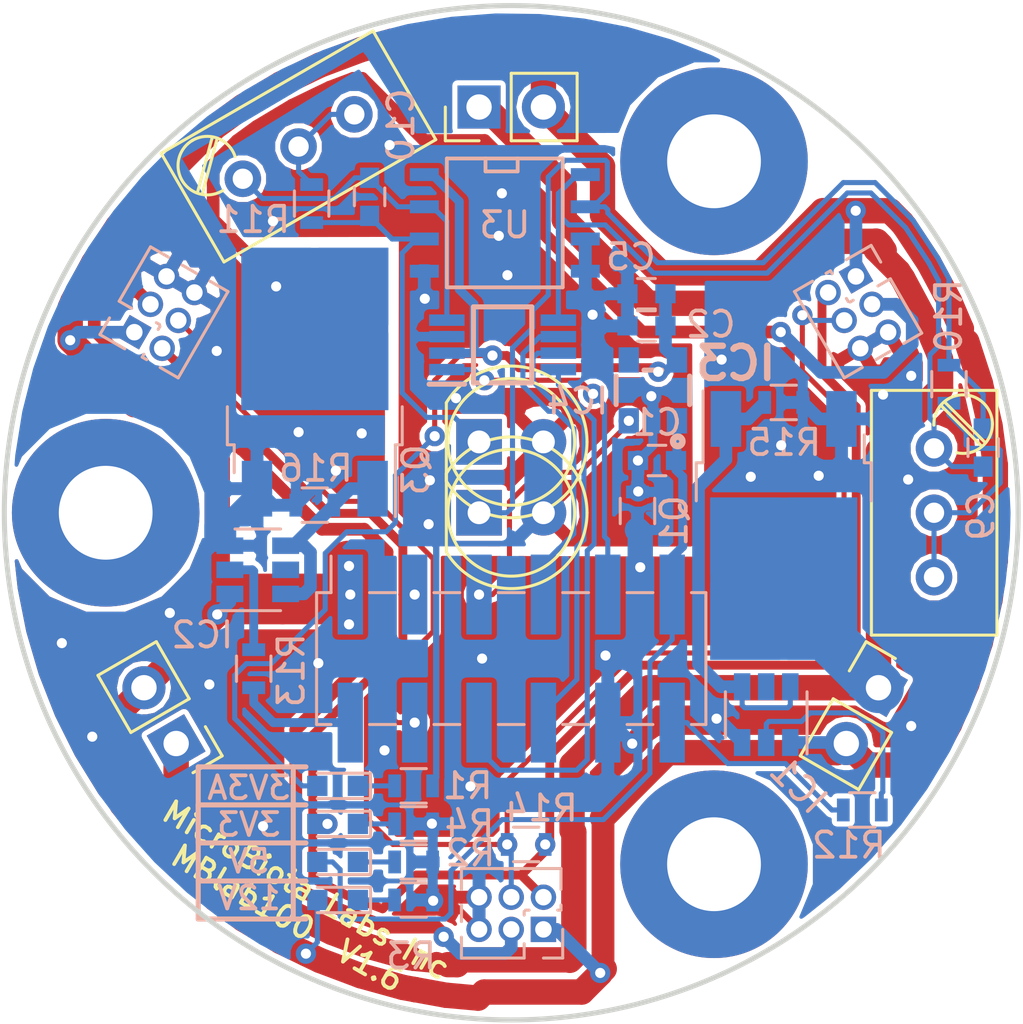
<source format=kicad_pcb>
(kicad_pcb (version 20171130) (host pcbnew "(5.0.0)")
  (layers (0 F.Cu signal) (31 B.Cu signal) (34 B.Paste user) (35 F.Paste user) (36 B.SilkS user) (37 F.SilkS user) (38 B.Mask user) (39 F.Mask user) (44 Edge.Cuts user))
  (net 0 "")
  (net 1 GNDA)
  (net 2 +3.3VA)
  (net 3 Heater-)
  (net 4 "Net-(R10-Pad1)")
  (net 5 "Net-(R11-Pad1)")
  (net 6 /AnalogConnPCB/5V)
  (net 7 /AnalogConnPCB/sheet5C67EBE6/Aout)
  (net 8 /AnalogConnPCB/sheet5C67EBE6/A+)
  (net 9 /AnalogConnPCB/sheet5C67EBE6/B+)
  (net 10 /AnalogConnPCB/sheet5C67EBE6/Bout)
  (net 11 12V_O)
  (net 12 GND_O)
  (net 13 "Net-(IC1-Pad2)")
  (net 14 "Net-(IC2-Pad2)")
  (net 15 /AnalogConnPCB/3V3ACtrl)
  (net 16 /AnalogConnPCB/SPI_MOSI)
  (net 17 /AnalogConnPCB/SPI_MISO)
  (net 18 /AnalogConnPCB/SPI_SCL)
  (net 19 Temp1wDaisy)
  (net 20 /AnalogConnPCB/470nmCtrl)
  (net 21 /AnalogConnPCB/HeaterCtrl)
  (net 22 3V3_O)
  (net 23 LED470nm)
  (net 24 "Net-(IC1-Pad4)")
  (net 25 "Net-(IC2-Pad4)")
  (net 26 /AnalogConnPCB/SPI_CS_ADC)
  (net 27 "Net-(D1-Pad1)")
  (net 28 "Net-(D2-Pad1)")
  (net 29 "Net-(D3-Pad1)")
  (net 30 "Net-(D4-Pad1)")
  (module Pin_Headers:Pin_Header_Straight_2x03_Pitch1.27mm (layer B.Cu) (at 33.7 11.41 210)
    (fp_text reference J10 hide)
    (fp_text value Conn_01x06_Male)
    (pad 6 thru_hole oval (at 1.27 -2.540001 210) (size 1 1) (drill 0.65) (layers *.Cu *.Mask) (net 12 GND_O))
    (pad 5 thru_hole oval (at 0 -2.54 210) (size 1 1) (drill 0.65) (layers *.Cu *.Mask) (net 12 GND_O))
    (pad 4 thru_hole oval (at 1.27 -1.27 210) (size 1 1) (drill 0.65) (layers *.Cu *.Mask) (net 19 Temp1wDaisy))
    (pad 3 thru_hole oval (at 0 -1.27 210) (size 1 1) (drill 0.65) (layers *.Cu *.Mask) (net 23 LED470nm))
    (pad 2 thru_hole oval (at 1.27 0 210) (size 1 1) (drill 0.65) (layers *.Cu *.Mask) (net 22 3V3_O))
    (pad 1 thru_hole rect (at 0 0 210) (size 1 1) (drill 0.65) (layers *.Cu *.Mask) (net 11 12V_O))
  )
  (module Capacitors_SMD:C_0603 (layer B.Cu) (at 38.72 18.16 90)
    (fp_text reference C9 (at -2.69 -0.09 90) (layer B.SilkS) (effects (justify mirror)))
    (fp_text value 100pF)
    (pad 1 smd rect (at -0.75 0 90) (size 0.8 0.75) (layers B.Cu B.Paste B.Mask) (net 7 /AnalogConnPCB/sheet5C67EBE6/Aout))
    (pad 2 smd rect (at 0.75 0 90) (size 0.8 0.75) (layers B.Cu B.Paste B.Mask) (net 8 /AnalogConnPCB/sheet5C67EBE6/A+))
  )
  (module Potentiometers:Potentiometer_Trimmer_Bourns_3296W (layer F.Cu) (at 36.78 18.19 90)
    (fp_text reference RV1 hide)
    (fp_text value 5M)
    (pad 3 thru_hole circle (at -5.08 0 90) (size 1.44 1.44) (drill 0.8) (layers *.Cu *.Mask) (net 4 "Net-(R10-Pad1)"))
    (pad 2 thru_hole circle (at -2.54 0 90) (size 1.44 1.44) (drill 0.8) (layers *.Cu *.Mask) (net 4 "Net-(R10-Pad1)"))
    (pad 1 thru_hole circle (at 0 0 90) (size 1.44 1.44) (drill 0.8) (layers *.Cu *.Mask) (net 7 /AnalogConnPCB/sheet5C67EBE6/Aout))
  )
  (module ADC122S021CIMM_NOPB:SOP65P490X110-8N (layer B.Cu) (at 19.76 14.11)
    (fp_text reference IC4 (at 2.95 2.22) (layer B.SilkS) (effects (justify mirror)))
    (fp_text value ADC122S021CIMM_NOPB hide)
    (pad 1 smd rect (at -2.2 0.975 270) (size 0.45 1.4) (layers B.Cu B.Paste B.Mask) (net 26 /AnalogConnPCB/SPI_CS_ADC))
    (pad 2 smd rect (at -2.2 0.325 270) (size 0.45 1.4) (layers B.Cu B.Paste B.Mask) (net 2 +3.3VA))
    (pad 3 smd rect (at -2.2 -0.325 270) (size 0.45 1.4) (layers B.Cu B.Paste B.Mask) (net 1 GNDA))
    (pad 4 smd rect (at -2.2 -0.975 270) (size 0.45 1.4) (layers B.Cu B.Paste B.Mask) (net 10 /AnalogConnPCB/sheet5C67EBE6/Bout))
    (pad 5 smd rect (at 2.2 -0.975 270) (size 0.45 1.4) (layers B.Cu B.Paste B.Mask) (net 7 /AnalogConnPCB/sheet5C67EBE6/Aout))
    (pad 6 smd rect (at 2.2 -0.325 270) (size 0.45 1.4) (layers B.Cu B.Paste B.Mask) (net 16 /AnalogConnPCB/SPI_MOSI))
    (pad 7 smd rect (at 2.2 0.325 270) (size 0.45 1.4) (layers B.Cu B.Paste B.Mask) (net 17 /AnalogConnPCB/SPI_MISO))
    (pad 8 smd rect (at 2.2 0.975 270) (size 0.45 1.4) (layers B.Cu B.Paste B.Mask) (net 18 /AnalogConnPCB/SPI_SCL))
  )
  (module "TCR2EF33_LM(CT:SOT-25" (layer B.Cu) (at 25.688 15.904 180)
    (fp_text reference IC3 (at -3.272 1.064 180) (layer B.SilkS) (effects (font (size 1.27 1.27) (thickness 0.254)) (justify mirror)))
    (fp_text value "TCR2EF33,LM(CT" hide)
    (pad 1 smd rect (at -0.95 -1.2 180) (size 0.8 1) (layers B.Cu B.Paste B.Mask) (net 6 /AnalogConnPCB/5V))
    (pad 2 smd rect (at 0 -1.2 180) (size 0.6 1) (layers B.Cu B.Paste B.Mask) (net 1 GNDA))
    (pad 3 smd rect (at 0.95 -1.2 180) (size 0.8 1) (layers B.Cu B.Paste B.Mask) (net 15 /AnalogConnPCB/3V3ACtrl))
    (pad 4 smd rect (at 0.95 1.2 180) (size 0.8 1) (layers B.Cu B.Paste B.Mask))
    (pad 5 smd rect (at -0.95 1.2 180) (size 0.8 1) (layers B.Cu B.Paste B.Mask) (net 2 +3.3VA))
  )
  (module SMD_Packages:SOIC-8-N (layer B.Cu) (at 19.846 9.3 270)
    (fp_text reference U3 (at 0.08 -0.004 180) (layer B.SilkS) (effects (justify mirror)))
    (fp_text value LMC6482)
    (pad 1 smd rect (at -1.905 -3.175 270) (size 0.508 1.143) (layers B.Cu B.Paste B.Mask) (net 7 /AnalogConnPCB/sheet5C67EBE6/Aout))
    (pad 2 smd rect (at -0.635 -3.175 270) (size 0.508 1.143) (layers B.Cu B.Paste B.Mask) (net 8 /AnalogConnPCB/sheet5C67EBE6/A+))
    (pad 3 smd rect (at 0.635 -3.175 270) (size 0.508 1.143) (layers B.Cu B.Paste B.Mask) (net 1 GNDA))
    (pad 4 smd rect (at 1.905 -3.175 270) (size 0.508 1.143) (layers B.Cu B.Paste B.Mask) (net 1 GNDA))
    (pad 5 smd rect (at 1.905 3.175 270) (size 0.508 1.143) (layers B.Cu B.Paste B.Mask) (net 1 GNDA))
    (pad 6 smd rect (at 0.635 3.175 270) (size 0.508 1.143) (layers B.Cu B.Paste B.Mask) (net 9 /AnalogConnPCB/sheet5C67EBE6/B+))
    (pad 7 smd rect (at -0.635 3.175 270) (size 0.508 1.143) (layers B.Cu B.Paste B.Mask) (net 10 /AnalogConnPCB/sheet5C67EBE6/Bout))
    (pad 8 smd rect (at -1.905 3.175 270) (size 0.508 1.143) (layers B.Cu B.Paste B.Mask) (net 2 +3.3VA))
  )
  (module Potentiometers:Potentiometer_Trimmer_Bourns_3296W (layer F.Cu) (at 9.51 7.56 210)
    (fp_text reference RV2 hide)
    (fp_text value 1M)
    (pad 1 thru_hole circle (at 0 0 210) (size 1.44 1.44) (drill 0.8) (layers *.Cu *.Mask) (net 10 /AnalogConnPCB/sheet5C67EBE6/Bout))
    (pad 2 thru_hole circle (at -2.54 0 210) (size 1.44 1.44) (drill 0.8) (layers *.Cu *.Mask) (net 5 "Net-(R11-Pad1)"))
    (pad 3 thru_hole circle (at -5.08 0 210) (size 1.44 1.44) (drill 0.8) (layers *.Cu *.Mask) (net 5 "Net-(R11-Pad1)"))
  )
  (module LEDs:LED_D5.0mm (layer F.Cu) (at 18.83 20.73)
    (fp_text reference D13 hide)
    (fp_text value D_Photo)
    (pad 2 thru_hole circle (at 2.54 0) (size 1.8 1.8) (drill 0.9) (layers *.Cu *.Mask) (net 1 GNDA))
    (pad 1 thru_hole rect (at 0 0) (size 1.8 1.8) (drill 0.9) (layers *.Cu *.Mask) (net 8 /AnalogConnPCB/sheet5C67EBE6/A+))
  )
  (module LEDs:LED_D5.0mm (layer F.Cu) (at 18.83 17.936)
    (fp_text reference D14 hide)
    (fp_text value D_Photo)
    (pad 2 thru_hole circle (at 2.54 0) (size 1.8 1.8) (drill 0.9) (layers *.Cu *.Mask) (net 1 GNDA))
    (pad 1 thru_hole rect (at 0 0) (size 1.8 1.8) (drill 0.9) (layers *.Cu *.Mask) (net 9 /AnalogConnPCB/sheet5C67EBE6/B+))
  )
  (module Pin_Headers:Pin_Header_Straight_2x06_Pitch2.54mm_SMD (layer B.Cu) (at 20.1 26.48 270)
    (fp_text reference J3 hide)
    (fp_text value Conn_01x12_Male)
    (pad 12 smd rect (at 2.525 -6.35 270) (size 3.15 1) (layers B.Cu B.Paste B.Mask) (net 21 /AnalogConnPCB/HeaterCtrl))
    (pad 11 smd rect (at -2.525 -6.35 270) (size 3.15 1) (layers B.Cu B.Paste B.Mask) (net 6 /AnalogConnPCB/5V))
    (pad 10 smd rect (at 2.525 -3.81 270) (size 3.15 1) (layers B.Cu B.Paste B.Mask) (net 12 GND_O))
    (pad 9 smd rect (at -2.525 -3.81 270) (size 3.15 1) (layers B.Cu B.Paste B.Mask) (net 26 /AnalogConnPCB/SPI_CS_ADC))
    (pad 8 smd rect (at 2.525 -1.27 270) (size 3.15 1) (layers B.Cu B.Paste B.Mask) (net 17 /AnalogConnPCB/SPI_MISO))
    (pad 7 smd rect (at -2.525 -1.27 270) (size 3.15 1) (layers B.Cu B.Paste B.Mask) (net 16 /AnalogConnPCB/SPI_MOSI))
    (pad 6 smd rect (at 2.525 1.27 270) (size 3.15 1) (layers B.Cu B.Paste B.Mask) (net 18 /AnalogConnPCB/SPI_SCL))
    (pad 5 smd rect (at -2.525 1.27 270) (size 3.15 1) (layers B.Cu B.Paste B.Mask) (net 15 /AnalogConnPCB/3V3ACtrl))
    (pad 4 smd rect (at 2.525 3.81 270) (size 3.15 1) (layers B.Cu B.Paste B.Mask) (net 19 Temp1wDaisy))
    (pad 3 smd rect (at -2.525 3.81 270) (size 3.15 1) (layers B.Cu B.Paste B.Mask) (net 22 3V3_O))
    (pad 2 smd rect (at 2.525 6.35 270) (size 3.15 1) (layers B.Cu B.Paste B.Mask) (net 20 /AnalogConnPCB/470nmCtrl))
    (pad 1 smd rect (at -2.525 6.35 270) (size 3.15 1) (layers B.Cu B.Paste B.Mask) (net 11 12V_O))
  )
  (module Pin_Headers:Pin_Header_Straight_2x03_Pitch1.27mm (layer B.Cu) (at 21.37 37.16 90)
    (fp_text reference J8 hide)
    (fp_text value Conn_01x06_Male)
    (pad 6 thru_hole oval (at 1.27 -2.54 90) (size 1 1) (drill 0.65) (layers *.Cu *.Mask) (net 12 GND_O))
    (pad 5 thru_hole oval (at 0 -2.54 90) (size 1 1) (drill 0.65) (layers *.Cu *.Mask) (net 12 GND_O))
    (pad 4 thru_hole oval (at 1.27 -1.27 90) (size 1 1) (drill 0.65) (layers *.Cu *.Mask) (net 19 Temp1wDaisy))
    (pad 3 thru_hole oval (at 0 -1.27 90) (size 1 1) (drill 0.65) (layers *.Cu *.Mask) (net 23 LED470nm))
    (pad 2 thru_hole oval (at 1.27 0 90) (size 1 1) (drill 0.65) (layers *.Cu *.Mask) (net 22 3V3_O))
    (pad 1 thru_hole rect (at 0 0 90) (size 1 1) (drill 0.65) (layers *.Cu *.Mask) (net 11 12V_O))
  )
  (module Pin_Headers:Pin_Header_Straight_2x03_Pitch1.27mm (layer B.Cu) (at 5.23 13.61 330)
    (fp_text reference J9 hide)
    (fp_text value Conn_01x06_Male)
    (pad 1 thru_hole rect (at 0 0 330) (size 1 1) (drill 0.65) (layers *.Cu *.Mask) (net 11 12V_O))
    (pad 2 thru_hole oval (at 1.27 0 330) (size 1 1) (drill 0.65) (layers *.Cu *.Mask) (net 22 3V3_O))
    (pad 3 thru_hole oval (at 0 -1.27 330) (size 1 1) (drill 0.65) (layers *.Cu *.Mask) (net 23 LED470nm))
    (pad 4 thru_hole oval (at 1.27 -1.27 330) (size 1 1) (drill 0.65) (layers *.Cu *.Mask) (net 19 Temp1wDaisy))
    (pad 5 thru_hole oval (at 0 -2.54 330) (size 1 1) (drill 0.65) (layers *.Cu *.Mask) (net 12 GND_O))
    (pad 6 thru_hole oval (at 1.27 -2.54 330) (size 1 1) (drill 0.65) (layers *.Cu *.Mask) (net 12 GND_O))
  )
  (module Pin_Headers:Pin_Header_Straight_1x02_Pitch2.54mm (layer F.Cu) (at 6.88 29.83 210)
    (fp_text reference J11 hide)
    (fp_text value Conn_01x02_Male)
    (pad 2 thru_hole oval (at 0 2.54 210) (size 1.7 1.7) (drill 1) (layers *.Cu *.Mask) (net 11 12V_O))
    (pad 1 thru_hole rect (at 0 0 210) (size 1.7 1.7) (drill 1) (layers *.Cu *.Mask) (net 3 Heater-))
  )
  (module Pin_Headers:Pin_Header_Straight_1x02_Pitch2.54mm (layer F.Cu) (at 34.59 27.63 330)
    (fp_text reference J12 hide)
    (fp_text value Conn_01x02_Male)
    (pad 2 thru_hole oval (at 0 2.54 330) (size 1.7 1.7) (drill 1) (layers *.Cu *.Mask) (net 11 12V_O))
    (pad 1 thru_hole rect (at 0 0 330) (size 1.7 1.7) (drill 1) (layers *.Cu *.Mask) (net 3 Heater-))
  )
  (module Pin_Headers:Pin_Header_Straight_1x02_Pitch2.54mm (layer F.Cu) (at 18.83 4.73 90)
    (fp_text reference J13 hide)
    (fp_text value Conn_01x02_Male)
    (pad 1 thru_hole rect (at 0 0 90) (size 1.7 1.7) (drill 1) (layers *.Cu *.Mask) (net 3 Heater-))
    (pad 2 thru_hole oval (at 0 2.54 90) (size 1.7 1.7) (drill 1) (layers *.Cu *.Mask) (net 11 12V_O))
  )
  (module TO_SOT_Packages_SMD:TO-252-2 (layer B.Cu) (at 30.85 21.23 270)
    (fp_text reference Q1 (at -0.18 4.32 270) (layer B.SilkS) (effects (justify mirror)))
    (fp_text value AOD4184A)
    (pad 1 smd rect (at -4.2 2.28 270) (size 2.2 1.2) (layers B.Cu B.Paste B.Mask) (net 24 "Net-(IC1-Pad4)"))
    (pad 3 smd rect (at -4.2 -2.28 270) (size 2.2 1.2) (layers B.Cu B.Paste B.Mask) (net 12 GND_O))
    (pad 2 smd rect (at 2.1 0 270) (size 6.4 5.8) (layers B.Cu B.Mask) (net 3 Heater-))
    (pad 2 smd rect (at 3.775 -1.525 270) (size 3.05 2.75) (layers B.Cu B.Paste) (net 3 Heater-))
    (pad 2 smd rect (at 0.425 1.525 270) (size 3.05 2.75) (layers B.Cu B.Paste) (net 3 Heater-))
    (pad 2 smd rect (at 3.775 1.525 270) (size 3.05 2.75) (layers B.Cu B.Paste) (net 3 Heater-))
    (pad 2 smd rect (at 0.425 -1.525 270) (size 3.05 2.75) (layers B.Cu B.Paste) (net 3 Heater-))
  )
  (module TO_SOT_Packages_SMD:TO-252-2 (layer B.Cu) (at 12.35 15.58 90)
    (fp_text reference Q3 (at -3.46 3.99 90) (layer B.SilkS) (effects (justify mirror)))
    (fp_text value AOD4184A)
    (pad 2 smd rect (at 0.425 -1.525 90) (size 3.05 2.75) (layers B.Cu B.Paste) (net 23 LED470nm))
    (pad 2 smd rect (at 3.775 1.525 90) (size 3.05 2.75) (layers B.Cu B.Paste) (net 23 LED470nm))
    (pad 2 smd rect (at 0.425 1.525 90) (size 3.05 2.75) (layers B.Cu B.Paste) (net 23 LED470nm))
    (pad 2 smd rect (at 3.775 -1.525 90) (size 3.05 2.75) (layers B.Cu B.Paste) (net 23 LED470nm))
    (pad 2 smd rect (at 2.1 0 90) (size 6.4 5.8) (layers B.Cu B.Mask) (net 23 LED470nm))
    (pad 3 smd rect (at -4.2 -2.28 90) (size 2.2 1.2) (layers B.Cu B.Paste B.Mask) (net 12 GND_O))
    (pad 1 smd rect (at -4.2 2.28 90) (size 2.2 1.2) (layers B.Cu B.Paste B.Mask) (net 25 "Net-(IC2-Pad4)"))
  )
  (module TO_SOT_Packages_SMD:SOT-23-6 (layer B.Cu) (at 30.16 28.69 90)
    (fp_text reference IC1 (at -2.79 1.27 135) (layer B.SilkS) (effects (justify mirror)))
    (fp_text value ZXGD3006E6QTA)
    (pad 1 smd rect (at -1.1 0.95 90) (size 1.06 0.65) (layers B.Cu B.Paste B.Mask) (net 11 12V_O))
    (pad 2 smd rect (at -1.1 0 90) (size 1.06 0.65) (layers B.Cu B.Paste B.Mask) (net 13 "Net-(IC1-Pad2)"))
    (pad 3 smd rect (at -1.1 -0.95 90) (size 1.06 0.65) (layers B.Cu B.Paste B.Mask) (net 12 GND_O))
    (pad 4 smd rect (at 1.1 -0.95 90) (size 1.06 0.65) (layers B.Cu B.Paste B.Mask) (net 24 "Net-(IC1-Pad4)"))
    (pad 6 smd rect (at 1.1 0.95 90) (size 1.06 0.65) (layers B.Cu B.Paste B.Mask) (net 24 "Net-(IC1-Pad4)"))
    (pad 5 smd rect (at 1.1 0 90) (size 1.06 0.65) (layers B.Cu B.Paste B.Mask))
  )
  (module TO_SOT_Packages_SMD:SOT-23-6 (layer B.Cu) (at 10.1 22.98)
    (fp_text reference IC2 (at -2.19 2.57) (layer B.SilkS) (effects (justify mirror)))
    (fp_text value ZXGD3006E6QTA)
    (pad 5 smd rect (at 1.1 0) (size 1.06 0.65) (layers B.Cu B.Paste B.Mask))
    (pad 6 smd rect (at 1.1 0.95) (size 1.06 0.65) (layers B.Cu B.Paste B.Mask) (net 25 "Net-(IC2-Pad4)"))
    (pad 4 smd rect (at 1.1 -0.95) (size 1.06 0.65) (layers B.Cu B.Paste B.Mask) (net 25 "Net-(IC2-Pad4)"))
    (pad 3 smd rect (at -1.1 -0.95) (size 1.06 0.65) (layers B.Cu B.Paste B.Mask) (net 12 GND_O))
    (pad 2 smd rect (at -1.1 0) (size 1.06 0.65) (layers B.Cu B.Paste B.Mask) (net 14 "Net-(IC2-Pad2)"))
    (pad 1 smd rect (at -1.1 0.95) (size 1.06 0.65) (layers B.Cu B.Paste B.Mask) (net 11 12V_O))
  )
  (module Mounting_Holes:MountingHole_3.7mm_Pad (layer F.Cu) (at 28.1 34.59)
    (fp_text reference MH8 hide)
    (fp_text value MountingHole)
    (pad 1 thru_hole circle (at 0 0) (size 7.4 7.4) (drill 3.7) (layers *.Cu *.Mask))
  )
  (module Mounting_Holes:MountingHole_3.7mm_Pad (layer F.Cu) (at 4.1 20.73)
    (fp_text reference MH9 hide)
    (fp_text value MountingHole)
    (pad 1 thru_hole circle (at 0 0) (size 7.4 7.4) (drill 3.7) (layers *.Cu *.Mask))
  )
  (module Mounting_Holes:MountingHole_3.7mm_Pad (layer F.Cu) (at 28.1 6.87)
    (fp_text reference MH10 hide)
    (fp_text value MountingHole)
    (pad 1 thru_hole circle (at 0 0) (size 7.4 7.4) (drill 3.7) (layers *.Cu *.Mask))
  )
  (module Resistors_SMD:R_0603 (layer B.Cu) (at 37.37 15.66 90)
    (fp_text reference R10 (at 2.69 -0.01 90) (layer B.SilkS) (effects (justify mirror)))
    (fp_text value 1M)
    (pad 2 smd rect (at 0.75 0 90) (size 0.5 0.9) (layers B.Cu B.Paste B.Mask) (net 8 /AnalogConnPCB/sheet5C67EBE6/A+))
    (pad 1 smd rect (at -0.75 0 90) (size 0.5 0.9) (layers B.Cu B.Paste B.Mask) (net 4 "Net-(R10-Pad1)"))
  )
  (module Resistors_SMD:R_0603 (layer B.Cu) (at 12.226 8.538 270)
    (fp_text reference R11 (at 0.632 2.306 180) (layer B.SilkS) (effects (justify mirror)))
    (fp_text value 1M)
    (pad 1 smd rect (at -0.75 0 270) (size 0.5 0.9) (layers B.Cu B.Paste B.Mask) (net 5 "Net-(R11-Pad1)"))
    (pad 2 smd rect (at 0.75 0 270) (size 0.5 0.9) (layers B.Cu B.Paste B.Mask) (net 9 /AnalogConnPCB/sheet5C67EBE6/B+))
  )
  (module Resistors_SMD:R_0603 (layer B.Cu) (at 33.95 32.45)
    (fp_text reference R12 (at -0.53 1.39) (layer B.SilkS) (effects (justify mirror)))
    (fp_text value 3k3)
    (pad 2 smd rect (at 0.75 0) (size 0.5 0.9) (layers B.Cu B.Paste B.Mask) (net 13 "Net-(IC1-Pad2)"))
    (pad 1 smd rect (at -0.75 0) (size 0.5 0.9) (layers B.Cu B.Paste B.Mask) (net 21 /AnalogConnPCB/HeaterCtrl))
  )
  (module Resistors_SMD:R_0603 (layer B.Cu) (at 9.94 26.88 90)
    (fp_text reference R13 (at -0.06 1.48 90) (layer B.SilkS) (effects (justify mirror)))
    (fp_text value 3k3)
    (pad 2 smd rect (at 0.75 0 90) (size 0.5 0.9) (layers B.Cu B.Paste B.Mask) (net 14 "Net-(IC2-Pad2)"))
    (pad 1 smd rect (at -0.75 0 90) (size 0.5 0.9) (layers B.Cu B.Paste B.Mask) (net 20 /AnalogConnPCB/470nmCtrl))
  )
  (module Resistors_SMD:R_0603 (layer B.Cu) (at 20.69 33.81)
    (fp_text reference R14 (at 0.58 -1.43) (layer B.SilkS) (effects (justify mirror)))
    (fp_text value 4k7)
    (pad 2 smd rect (at 0.75 0) (size 0.5 0.9) (layers B.Cu B.Paste B.Mask) (net 22 3V3_O))
    (pad 1 smd rect (at -0.75 0) (size 0.5 0.9) (layers B.Cu B.Paste B.Mask) (net 19 Temp1wDaisy))
  )
  (module Resistors_SMD:R_0603 (layer B.Cu) (at 30.85 16.38)
    (fp_text reference R15 (at 0.02 1.58) (layer B.SilkS) (effects (justify mirror)))
    (fp_text value 10k)
    (pad 1 smd rect (at -0.75 0) (size 0.5 0.9) (layers B.Cu B.Paste B.Mask) (net 24 "Net-(IC1-Pad4)"))
    (pad 2 smd rect (at 0.75 0) (size 0.5 0.9) (layers B.Cu B.Paste B.Mask) (net 12 GND_O))
  )
  (module Resistors_SMD:R_0603 (layer B.Cu) (at 12.35 20.43 180)
    (fp_text reference R16 (at -0.04 1.45 180) (layer B.SilkS) (effects (justify mirror)))
    (fp_text value 10k)
    (pad 1 smd rect (at -0.75 0 180) (size 0.5 0.9) (layers B.Cu B.Paste B.Mask) (net 25 "Net-(IC2-Pad4)"))
    (pad 2 smd rect (at 0.75 0 180) (size 0.5 0.9) (layers B.Cu B.Paste B.Mask) (net 12 GND_O))
  )
  (module Capacitors_SMD:C_0603 (layer B.Cu) (at 14.512 8.272 270)
    (fp_text reference C10 (at -2.822 -1.238 270) (layer B.SilkS) (effects (justify mirror)))
    (fp_text value 100pF)
    (pad 2 smd rect (at 0.75 0 270) (size 0.8 0.75) (layers B.Cu B.Paste B.Mask) (net 9 /AnalogConnPCB/sheet5C67EBE6/B+))
    (pad 1 smd rect (at -0.75 0 270) (size 0.8 0.75) (layers B.Cu B.Paste B.Mask) (net 10 /AnalogConnPCB/sheet5C67EBE6/Bout))
  )
  (module Capacitors_SMD:C_0603 (layer B.Cu) (at 25.85 18.67 180)
    (fp_text reference C1 (at 0 1.5 180) (layer B.SilkS) (effects (justify mirror)))
    (fp_text value 1uF)
    (pad 1 smd rect (at -0.75 0 180) (size 0.8 0.75) (layers B.Cu B.Paste B.Mask) (net 6 /AnalogConnPCB/5V))
    (pad 2 smd rect (at 0.75 0 180) (size 0.8 0.75) (layers B.Cu B.Paste B.Mask) (net 1 GNDA))
  )
  (module Capacitors_SMD:C_0603 (layer B.Cu) (at 25.434 13.364 180)
    (fp_text reference C2 (at -2.536 0.064 180) (layer B.SilkS) (effects (justify mirror)))
    (fp_text value 1uF)
    (pad 1 smd rect (at -0.75 0 180) (size 0.8 0.75) (layers B.Cu B.Paste B.Mask) (net 2 +3.3VA))
    (pad 2 smd rect (at 0.75 0 180) (size 0.8 0.75) (layers B.Cu B.Paste B.Mask) (net 1 GNDA))
  )
  (module Capacitors_SMD:C_0603 (layer B.Cu) (at 25.434 12.094 180)
    (fp_text reference C5 (at 0.614 1.454 180) (layer B.SilkS) (effects (justify mirror)))
    (fp_text value 0.1uF)
    (pad 2 smd rect (at 0.75 0 180) (size 0.8 0.75) (layers B.Cu B.Paste B.Mask) (net 1 GNDA))
    (pad 1 smd rect (at -0.75 0 180) (size 0.8 0.75) (layers B.Cu B.Paste B.Mask) (net 2 +3.3VA))
  )
  (module Resistors_SMD:R_0603 (layer B.Cu) (at 25.08 20.66 90)
    (fp_text reference JP1 hide)
    (fp_text value Jumper)
    (pad 2 smd rect (at 0.75 0 90) (size 0.5 0.9) (layers B.Cu B.Paste B.Mask) (net 1 GNDA))
    (pad 1 smd rect (at -0.75 0 90) (size 0.5 0.9) (layers B.Cu B.Paste B.Mask) (net 12 GND_O))
  )
  (module LEDs:LED_0603 (layer B.Cu) (at 13.25 31.5 180)
    (fp_text reference D1 hide)
    (fp_text value LED)
    (pad 1 smd rect (at -0.8 0) (size 0.8 0.8) (layers B.Cu B.Paste B.Mask) (net 27 "Net-(D1-Pad1)"))
    (pad 2 smd rect (at 0.8 0) (size 0.8 0.8) (layers B.Cu B.Paste B.Mask) (net 2 +3.3VA))
  )
  (module LEDs:LED_0603 (layer B.Cu) (at 13.25 33 180)
    (fp_text reference D2 hide)
    (fp_text value LED)
    (pad 2 smd rect (at 0.8 0) (size 0.8 0.8) (layers B.Cu B.Paste B.Mask) (net 22 3V3_O))
    (pad 1 smd rect (at -0.8 0) (size 0.8 0.8) (layers B.Cu B.Paste B.Mask) (net 28 "Net-(D2-Pad1)"))
  )
  (module LEDs:LED_0603 (layer B.Cu) (at 13.25 34.5 180)
    (fp_text reference D3 hide)
    (fp_text value LED)
    (pad 1 smd rect (at -0.8 0) (size 0.8 0.8) (layers B.Cu B.Paste B.Mask) (net 29 "Net-(D3-Pad1)"))
    (pad 2 smd rect (at 0.8 0) (size 0.8 0.8) (layers B.Cu B.Paste B.Mask) (net 6 /AnalogConnPCB/5V))
  )
  (module LEDs:LED_0603 (layer B.Cu) (at 13.25 36 180)
    (fp_text reference D4 hide)
    (fp_text value LED)
    (pad 2 smd rect (at 0.8 0) (size 0.8 0.8) (layers B.Cu B.Paste B.Mask) (net 11 12V_O))
    (pad 1 smd rect (at -0.8 0) (size 0.8 0.8) (layers B.Cu B.Paste B.Mask) (net 30 "Net-(D4-Pad1)"))
  )
  (module Resistors_SMD:R_0603 (layer B.Cu) (at 16.25 31.5)
    (fp_text reference R1 (at 2.13 0) (layer B.SilkS) (effects (justify mirror)))
    (fp_text value 1k3)
    (pad 2 smd rect (at 0.75 0) (size 0.5 0.9) (layers B.Cu B.Paste B.Mask) (net 1 GNDA))
    (pad 1 smd rect (at -0.75 0) (size 0.5 0.9) (layers B.Cu B.Paste B.Mask) (net 27 "Net-(D1-Pad1)"))
  )
  (module Resistors_SMD:R_0603 (layer B.Cu) (at 16.25 34.5)
    (fp_text reference R2 (at 2.24 -0.35) (layer B.SilkS) (effects (justify mirror)))
    (fp_text value 3k)
    (pad 1 smd rect (at -0.75 0) (size 0.5 0.9) (layers B.Cu B.Paste B.Mask) (net 29 "Net-(D3-Pad1)"))
    (pad 2 smd rect (at 0.75 0) (size 0.5 0.9) (layers B.Cu B.Paste B.Mask) (net 12 GND_O))
  )
  (module Resistors_SMD:R_0603 (layer B.Cu) (at 16.25 36)
    (fp_text reference R3 (at -0.1 2.21) (layer B.SilkS) (effects (justify mirror)))
    (fp_text value 10k)
    (pad 2 smd rect (at 0.75 0) (size 0.5 0.9) (layers B.Cu B.Paste B.Mask) (net 12 GND_O))
    (pad 1 smd rect (at -0.75 0) (size 0.5 0.9) (layers B.Cu B.Paste B.Mask) (net 30 "Net-(D4-Pad1)"))
  )
  (module Resistors_SMD:R_0603 (layer B.Cu) (at 16.25 33)
    (fp_text reference R4 (at 2.2 0) (layer B.SilkS) (effects (justify mirror)))
    (fp_text value 1k3)
    (pad 1 smd rect (at -0.75 0) (size 0.5 0.9) (layers B.Cu B.Paste B.Mask) (net 28 "Net-(D2-Pad1)"))
    (pad 2 smd rect (at 0.75 0) (size 0.5 0.9) (layers B.Cu B.Paste B.Mask) (net 12 GND_O))
  )
  (gr_line (start 11.5 36.75) (end 12 36.75) (layer B.SilkS) (width 0.2))
  (gr_line (start 11.5 35.25) (end 12 35.25) (layer B.SilkS) (width 0.2))
  (gr_line (start 11.5 33.75) (end 12 33.75) (layer B.SilkS) (width 0.2))
  (gr_line (start 11.5 32.25) (end 12 32.25) (layer B.SilkS) (width 0.2))
  (gr_line (start 11.5 30.75) (end 12 30.75) (layer B.SilkS) (width 0.2))
  (gr_line (start 11.5 35.25) (end 7.75 35.25) (layer B.SilkS) (width 0.2))
  (gr_line (start 11.5 33.75) (end 11.5 35.25) (layer B.SilkS) (width 0.2))
  (gr_line (start 7.75 33.75) (end 11.5 33.75) (layer B.SilkS) (width 0.2))
  (gr_line (start 7.75 32.25) (end 7.75 33.75) (layer B.SilkS) (width 0.2))
  (gr_line (start 7.75 36.75) (end 7.75 32.25) (layer B.SilkS) (width 0.2))
  (gr_line (start 11.5 36.75) (end 7.75 36.75) (layer B.SilkS) (width 0.2))
  (gr_line (start 11.5 30.75) (end 11.5 36.75) (layer B.SilkS) (width 0.2))
  (gr_line (start 7.75 30.75) (end 11.5 30.75) (layer B.SilkS) (width 0.2))
  (gr_line (start 7.75 32.25) (end 7.75 30.75) (layer B.SilkS) (width 0.2))
  (gr_line (start 11.5 32.25) (end 7.75 32.25) (layer B.SilkS) (width 0.2))
  (gr_text "3V3A\n3V3\n5V\n12V" (at 9.75 33.75) (layer B.SilkS) (effects (font (size 0.9 0.9)) (justify mirror)))
  (gr_text "MicroBiota Labs Inc\n" (at 12.01 35.61 -30) (layer F.SilkS) (effects (font (size 0.85 0.85))))
  (gr_text "MBlab100  V1.6" (at 11.27 36.72 -30) (layer F.SilkS) (effects (font (size 0.85 0.85))))
  (gr_circle (center 20.1 20.73) (end 40.1 20.73) (layer Edge.Cuts) (width 0.2))
  (via (at 16.97 32.99) (size 0.8) (drill 0.4) (layers F.Cu B.Cu) (net 12))
  (via (at 15.3 6.23) (size 0.8) (drill 0.4) (layers F.Cu B.Cu) (net 1))
  (via (at 10.7 9.23) (size 0.8) (drill 0.4) (layers F.Cu B.Cu) (net 1))
  (via (at 17.92 16.21) (size 0.8) (drill 0.4) (layers F.Cu B.Cu) (net 1))
  (segment (start 25.688 18.082) (end 25.688 17.104) (width 0.35) (layer B.Cu) (net 1))
  (segment (start 25.1 19.89) (end 25.08 19.91) (width 0.35) (layer B.Cu) (net 1))
  (segment (start 25.1 18.67) (end 25.1 19.89) (width 0.35) (layer B.Cu) (net 1))
  (via (at 25.11 19.89) (size 0.8) (drill 0.4) (layers F.Cu B.Cu) (net 1))
  (via (at 16.84 21.18) (size 0.8) (drill 0.4) (layers F.Cu B.Cu) (net 1))
  (via (at 19.95 11.36) (size 0.8) (drill 0.4) (layers F.Cu B.Cu) (net 1))
  (via (at 16.69 12.29) (size 0.8) (drill 0.4) (layers F.Cu B.Cu) (net 1))
  (segment (start 25.1 18.67) (end 25.688 18.082) (width 0.35) (layer B.Cu) (net 1))
  (via (at 25.1 18.67) (size 0.8) (drill 0.4) (layers F.Cu B.Cu) (net 1))
  (via (at 19.61 9.81) (size 0.8) (drill 0.4) (layers F.Cu B.Cu) (net 1))
  (via (at 19.730815 8.132912) (size 0.8) (drill 0.4) (layers F.Cu B.Cu) (net 1))
  (via (at 23.31 12.92) (size 0.8) (drill 0.4) (layers F.Cu B.Cu) (net 1))
  (via (at 25.626073 16.131762) (size 0.8) (drill 0.4) (layers F.Cu B.Cu) (net 1))
  (segment (start 25.688 17.104) (end 25.688 16.193689) (width 0.35) (layer B.Cu) (net 1))
  (segment (start 25.688 16.193689) (end 25.626073 16.131762) (width 0.35) (layer B.Cu) (net 1))
  (via (at 16.89 19.45) (size 0.8) (drill 0.4) (layers F.Cu B.Cu) (net 1))
  (segment (start 17 31.3) (end 17.14 31.16) (width 0.25) (layer B.Cu) (net 1))
  (segment (start 17 31.5) (end 17 31.3) (width 0.25) (layer B.Cu) (net 1))
  (segment (start 16.84 21.745685) (end 16.84 21.18) (width 0.25) (layer B.Cu) (net 1))
  (segment (start 17.14 22.045685) (end 16.84 21.745685) (width 0.25) (layer B.Cu) (net 1))
  (segment (start 17.14 31.16) (end 17.14 22.045685) (width 0.25) (layer B.Cu) (net 1))
  (segment (start 21.37 20.73) (end 21.37 17.936) (width 1.5) (layer B.Cu) (net 1))
  (segment (start 26.184 12.094) (end 26.184 13.364) (width 0.5) (layer B.Cu) (net 2))
  (segment (start 26.184 14.25) (end 26.638 14.704) (width 0.5) (layer B.Cu) (net 2))
  (segment (start 26.184 13.364) (end 26.184 14.25) (width 0.5) (layer B.Cu) (net 2))
  (segment (start 18.635001 14.409999) (end 18.635001 12.505001) (width 0.35) (layer B.Cu) (net 2))
  (segment (start 17.56 14.435) (end 18.61 14.435) (width 0.35) (layer B.Cu) (net 2))
  (segment (start 18.61 14.435) (end 18.635001 14.409999) (width 0.35) (layer B.Cu) (net 2))
  (segment (start 18.635001 12.505001) (end 18.05 11.92) (width 0.35) (layer B.Cu) (net 2))
  (segment (start 16.9885 7.395) (end 16.671 7.395) (width 0.35) (layer B.Cu) (net 2))
  (segment (start 18.05 8.4565) (end 16.9885 7.395) (width 0.35) (layer B.Cu) (net 2))
  (segment (start 18.05 11.92) (end 18.05 8.4565) (width 0.35) (layer B.Cu) (net 2))
  (via (at 19.36 14.53) (size 0.8) (drill 0.4) (layers F.Cu B.Cu) (net 2))
  (segment (start 18.635001 14.409999) (end 19.239999 14.409999) (width 0.35) (layer B.Cu) (net 2))
  (segment (start 19.239999 14.409999) (end 19.36 14.53) (width 0.35) (layer B.Cu) (net 2))
  (segment (start 19.925685 14.53) (end 20.405685 15.01) (width 0.35) (layer F.Cu) (net 2))
  (segment (start 19.36 14.53) (end 19.925685 14.53) (width 0.35) (layer F.Cu) (net 2))
  (via (at 25.9 15.17) (size 0.8) (drill 0.4) (layers F.Cu B.Cu) (net 2))
  (segment (start 25.74 15.01) (end 25.9 15.17) (width 0.35) (layer F.Cu) (net 2))
  (segment (start 20.405685 15.01) (end 25.74 15.01) (width 0.35) (layer F.Cu) (net 2))
  (segment (start 26.172 15.17) (end 26.638 14.704) (width 0.35) (layer B.Cu) (net 2))
  (segment (start 25.9 15.17) (end 26.172 15.17) (width 0.35) (layer B.Cu) (net 2))
  (segment (start 10.630001 26.680001) (end 12.76 24.550002) (width 0.2) (layer B.Cu) (net 2))
  (segment (start 9.649997 26.680001) (end 10.630001 26.680001) (width 0.2) (layer B.Cu) (net 2))
  (segment (start 9.189999 27.139999) (end 9.649997 26.680001) (width 0.2) (layer B.Cu) (net 2))
  (segment (start 9.189999 28.839999) (end 9.189999 27.139999) (width 0.2) (layer B.Cu) (net 2))
  (segment (start 12.45 31.5) (end 11.85 31.5) (width 0.2) (layer B.Cu) (net 2))
  (segment (start 11.85 31.5) (end 9.189999 28.839999) (width 0.2) (layer B.Cu) (net 2))
  (segment (start 12.76 22.329998) (end 13.609998 21.48) (width 0.2) (layer B.Cu) (net 2))
  (segment (start 12.76 24.550002) (end 12.76 22.329998) (width 0.2) (layer B.Cu) (net 2))
  (via (at 17.08 17.71) (size 0.8) (drill 0.4) (layers F.Cu B.Cu) (net 2))
  (segment (start 15.530001 21.120001) (end 15.530001 19.259999) (width 0.2) (layer B.Cu) (net 2))
  (segment (start 15.170002 21.48) (end 15.530001 21.120001) (width 0.2) (layer B.Cu) (net 2))
  (segment (start 13.609998 21.48) (end 15.170002 21.48) (width 0.2) (layer B.Cu) (net 2))
  (segment (start 15.530001 19.259999) (end 17.08 17.71) (width 0.2) (layer B.Cu) (net 2))
  (segment (start 18.06 14.53) (end 19.36 14.53) (width 0.2) (layer F.Cu) (net 2))
  (segment (start 17.08 17.71) (end 17.08 15.51) (width 0.2) (layer F.Cu) (net 2))
  (segment (start 17.08 15.51) (end 18.06 14.53) (width 0.2) (layer F.Cu) (net 2))
  (segment (start 34.815238 10.385238) (end 34.456977 10.026977) (width 1) (layer F.Cu) (net 3))
  (segment (start 34.496977 10.026977) (end 34.737559 10.267559) (width 1) (layer F.Cu) (net 3))
  (segment (start 34.456977 10.026977) (end 34.496977 10.026977) (width 1) (layer F.Cu) (net 3))
  (segment (start 34.526977 10.026977) (end 34.679299 10.179299) (width 1) (layer F.Cu) (net 3))
  (segment (start 34.496977 10.026977) (end 34.526977 10.026977) (width 1) (layer F.Cu) (net 3))
  (segment (start 36.950329 14.405986) (end 37.04 14.681965) (width 1) (layer F.Cu) (net 3))
  (segment (start 34.496977 10.026977) (end 34.496977 10.350987) (width 1) (layer F.Cu) (net 3))
  (segment (start 34.496977 10.350987) (end 35.366781 11.220791) (width 1) (layer F.Cu) (net 3))
  (segment (start 35.366781 11.220791) (end 35.550336 11.498865) (width 1) (layer F.Cu) (net 3))
  (segment (start 35.550336 11.498865) (end 36.31561 12.920982) (width 1) (layer F.Cu) (net 3))
  (segment (start 30.85 23.89) (end 34.59 27.63) (width 2) (layer B.Cu) (net 3))
  (segment (start 30.85 23.33) (end 30.85 23.89) (width 2) (layer B.Cu) (net 3))
  (segment (start 22.190011 7.844013) (end 19.075998 4.73) (width 1) (layer F.Cu) (net 3))
  (segment (start 22.190011 9.169083) (end 22.190011 7.844013) (width 1) (layer F.Cu) (net 3))
  (segment (start 19.075998 4.73) (end 18.83 4.73) (width 1) (layer F.Cu) (net 3))
  (segment (start 25.49094 12.470012) (end 22.190011 9.169083) (width 1) (layer F.Cu) (net 3))
  (segment (start 30.437058 12.470012) (end 25.49094 12.470012) (width 1) (layer F.Cu) (net 3))
  (segment (start 32.880093 10.026977) (end 30.437058 12.470012) (width 1) (layer F.Cu) (net 3))
  (segment (start 34.456977 10.026977) (end 32.880093 10.026977) (width 1) (layer F.Cu) (net 3))
  (segment (start 36.31561 12.920982) (end 36.950329 14.405986) (width 1) (layer F.Cu) (net 3))
  (segment (start 37.04 15.828398) (end 37.04 14.681965) (width 1) (layer F.Cu) (net 3))
  (segment (start 34.59 18.278398) (end 37.04 15.828398) (width 1) (layer F.Cu) (net 3))
  (segment (start 34.59 27.63) (end 34.59 18.278398) (width 1) (layer F.Cu) (net 3))
  (segment (start 6.88 30.911495) (end 6.88 29.83) (width 1) (layer F.Cu) (net 3))
  (segment (start 25.521996 27.63) (end 22.499991 30.652005) (width 1) (layer F.Cu) (net 3))
  (segment (start 22.499991 30.652005) (end 22.499991 33.257061) (width 1) (layer F.Cu) (net 3))
  (segment (start 22.499991 33.257061) (end 22.570002 33.327072) (width 1) (layer F.Cu) (net 3))
  (segment (start 11.571333 36.578929) (end 10.184975 35.750619) (width 1) (layer F.Cu) (net 3))
  (segment (start 34.59 27.63) (end 25.521996 27.63) (width 1) (layer F.Cu) (net 3))
  (segment (start 16.095059 38.276713) (end 14.538333 37.847084) (width 1) (layer F.Cu) (net 3))
  (segment (start 22.570002 33.327072) (end 22.570002 38.22) (width 1) (layer F.Cu) (net 3))
  (segment (start 13.026345 37.279626) (end 11.571333 36.578929) (width 1) (layer F.Cu) (net 3))
  (segment (start 6.88 32.445644) (end 6.88 30.911495) (width 1) (layer F.Cu) (net 3))
  (segment (start 10.184975 35.750619) (end 6.88 32.445644) (width 1) (layer F.Cu) (net 3))
  (segment (start 22.570002 38.22) (end 22.40999 38.380012) (width 1) (layer F.Cu) (net 3))
  (segment (start 14.538333 37.847084) (end 13.026345 37.279626) (width 1) (layer F.Cu) (net 3))
  (segment (start 17.962218 38.550012) (end 17.601079 38.550012) (width 1) (layer F.Cu) (net 3))
  (segment (start 18.152229 38.360001) (end 17.962218 38.550012) (width 1) (layer F.Cu) (net 3))
  (segment (start 22.430001 38.360001) (end 18.152229 38.360001) (width 1) (layer F.Cu) (net 3))
  (segment (start 16.24306 38.424714) (end 17.601079 38.550012) (width 0.75) (layer F.Cu) (net 3))
  (segment (start 16.095059 38.276713) (end 16.24306 38.424714) (width 0.75) (layer F.Cu) (net 3))
  (segment (start 17.601079 38.550012) (end 17.15211 38.424714) (width 0.75) (layer F.Cu) (net 3))
  (segment (start 17.15211 38.424714) (end 17.307396 38.58) (width 0.75) (layer F.Cu) (net 3))
  (segment (start 22.570002 38.22) (end 22.430001 38.360001) (width 1) (layer F.Cu) (net 3))
  (segment (start 36.78 23.27) (end 36.78 20.73) (width 0.2) (layer B.Cu) (net 4))
  (segment (start 39.395001 18.269999) (end 39.315002 18.19) (width 0.2) (layer B.Cu) (net 4))
  (segment (start 39.395001 19.550001) (end 39.395001 18.269999) (width 0.2) (layer B.Cu) (net 4))
  (segment (start 36.78 20.73) (end 38.215002 20.73) (width 0.2) (layer B.Cu) (net 4))
  (segment (start 38.215002 20.73) (end 39.395001 19.550001) (width 0.2) (layer B.Cu) (net 4))
  (segment (start 37.37 16.86) (end 37.37 16.41) (width 0.2) (layer B.Cu) (net 4))
  (segment (start 38.044999 17.534999) (end 37.37 16.86) (width 0.2) (layer B.Cu) (net 4))
  (segment (start 38.044999 18.050001) (end 38.044999 17.534999) (width 0.2) (layer B.Cu) (net 4))
  (segment (start 38.184998 18.19) (end 38.044999 18.050001) (width 0.2) (layer B.Cu) (net 4))
  (segment (start 39.315002 18.19) (end 38.184998 18.19) (width 0.2) (layer B.Cu) (net 4))
  (segment (start 11.709705 7.271705) (end 12.226 7.788) (width 0.2) (layer B.Cu) (net 5))
  (segment (start 11.709705 6.29) (end 11.709705 7.271705) (width 0.2) (layer B.Cu) (net 5))
  (segment (start 12.979705 5.02) (end 13.909409 5.02) (width 0.2) (layer B.Cu) (net 5))
  (segment (start 11.709705 6.29) (end 12.979705 5.02) (width 0.2) (layer B.Cu) (net 5))
  (segment (start 26.638 18.632) (end 26.6 18.67) (width 0.35) (layer B.Cu) (net 6))
  (segment (start 26.638 17.104) (end 26.638 18.632) (width 0.35) (layer B.Cu) (net 6))
  (segment (start 26.45 23.955) (end 26.45 22.48) (width 0.35) (layer B.Cu) (net 6))
  (segment (start 26.45 22.48) (end 26.86499 22.06501) (width 0.35) (layer B.Cu) (net 6))
  (segment (start 26.6 18.67) (end 26.6 19.04) (width 0.35) (layer B.Cu) (net 6))
  (segment (start 26.86499 19.30499) (end 26.86499 19.84) (width 0.35) (layer B.Cu) (net 6))
  (segment (start 26.6 19.04) (end 26.86499 19.30499) (width 0.35) (layer B.Cu) (net 6))
  (segment (start 26.86499 22.06501) (end 26.86499 19.84) (width 0.35) (layer B.Cu) (net 6))
  (segment (start 26.86499 19.84) (end 26.86499 19.55499) (width 0.35) (layer B.Cu) (net 6))
  (segment (start 13.349999 34.799999) (end 13.349999 36.640001) (width 0.2) (layer B.Cu) (net 6))
  (segment (start 12.45 34.5) (end 13.05 34.5) (width 0.2) (layer B.Cu) (net 6))
  (segment (start 13.05 34.5) (end 13.349999 34.799999) (width 0.2) (layer B.Cu) (net 6))
  (segment (start 13.349999 36.640001) (end 13.439998 36.73) (width 0.2) (layer B.Cu) (net 6))
  (segment (start 13.439998 36.73) (end 13.539998 36.83) (width 0.2) (layer B.Cu) (net 6))
  (segment (start 13.439998 36.73) (end 13.459999 36.750001) (width 0.2) (layer B.Cu) (net 6))
  (segment (start 25.572935 26.607065) (end 26.45 25.73) (width 0.2) (layer B.Cu) (net 6))
  (segment (start 13.459999 36.750001) (end 17.490001 36.750001) (width 0.2) (layer B.Cu) (net 6))
  (segment (start 17.490001 36.750001) (end 17.720001 36.520001) (width 0.2) (layer B.Cu) (net 6))
  (segment (start 25.572935 30.997065) (end 25.572935 26.607065) (width 0.2) (layer B.Cu) (net 6))
  (segment (start 26.45 25.73) (end 26.45 23.955) (width 0.2) (layer B.Cu) (net 6))
  (segment (start 19.74 32.83) (end 23.74 32.83) (width 0.2) (layer B.Cu) (net 6))
  (segment (start 23.74 32.83) (end 25.572935 30.997065) (width 0.2) (layer B.Cu) (net 6))
  (segment (start 17.720001 34.849999) (end 19.74 32.83) (width 0.2) (layer B.Cu) (net 6))
  (segment (start 17.720001 36.520001) (end 17.720001 34.849999) (width 0.2) (layer B.Cu) (net 6))
  (segment (start 22.7035 7.395) (end 23.021 7.395) (width 0.2) (layer B.Cu) (net 7))
  (segment (start 21.96 8.1385) (end 22.7035 7.395) (width 0.2) (layer B.Cu) (net 7))
  (segment (start 21.96 13.135) (end 21.96 8.6) (width 0.2) (layer B.Cu) (net 7))
  (segment (start 21.96 8.6) (end 21.96 8.1385) (width 0.2) (layer B.Cu) (net 7))
  (segment (start 38.145 18.91) (end 38.72 18.91) (width 0.2) (layer B.Cu) (net 7))
  (segment (start 37.499999 18.909999) (end 38.145 18.91) (width 0.2) (layer B.Cu) (net 7))
  (segment (start 36.78 18.19) (end 37.499999 18.909999) (width 0.2) (layer B.Cu) (net 7))
  (segment (start 36.96 14.16) (end 36.619999 14.500001) (width 0.2) (layer B.Cu) (net 7))
  (segment (start 36.619999 14.500001) (end 36.619999 17.011766) (width 0.2) (layer B.Cu) (net 7))
  (segment (start 36.96 11.58612) (end 36.96 14.16) (width 0.2) (layer B.Cu) (net 7))
  (segment (start 36.619999 17.011766) (end 36.78 17.171767) (width 0.2) (layer B.Cu) (net 7))
  (segment (start 35.666343 9.496343) (end 36.581511 10.882764) (width 0.2) (layer B.Cu) (net 7))
  (segment (start 36.581511 10.882764) (end 36.96 11.58612) (width 0.2) (layer B.Cu) (net 7))
  (segment (start 34.289998 8.119998) (end 35.666343 9.496343) (width 0.2) (layer B.Cu) (net 7))
  (segment (start 21.96 8.6) (end 21.96 8.969502) (width 0.2) (layer B.Cu) (net 7))
  (segment (start 33.360002 8.119998) (end 34.289998 8.119998) (width 0.2) (layer B.Cu) (net 7))
  (segment (start 21.96 8.969502) (end 22.371497 9.380999) (width 0.2) (layer B.Cu) (net 7))
  (segment (start 36.78 17.171767) (end 36.78 18.19) (width 0.2) (layer B.Cu) (net 7))
  (segment (start 22.371497 9.380999) (end 23.810999 9.380999) (width 0.2) (layer B.Cu) (net 7))
  (segment (start 23.810999 9.380999) (end 25.71 11.28) (width 0.2) (layer B.Cu) (net 7))
  (segment (start 25.71 11.28) (end 30.2 11.28) (width 0.2) (layer B.Cu) (net 7))
  (segment (start 30.2 11.28) (end 33.360002 8.119998) (width 0.2) (layer B.Cu) (net 7))
  (segment (start 19.93 20.73) (end 20.15 20.51) (width 0.2) (layer B.Cu) (net 8))
  (segment (start 18.83 20.73) (end 19.93 20.73) (width 0.2) (layer B.Cu) (net 8))
  (segment (start 20.15 20.51) (end 20.15 14.23) (width 0.2) (layer B.Cu) (net 8))
  (segment (start 20.15 14.23) (end 20.95 13.43) (width 0.2) (layer B.Cu) (net 8))
  (segment (start 20.95 13.43) (end 20.95 12.75) (width 0.2) (layer B.Cu) (net 8))
  (segment (start 20.95 12.75) (end 21.55999 12.14001) (width 0.2) (layer B.Cu) (net 8))
  (segment (start 21.55999 7.490508) (end 22.220498 6.83) (width 0.2) (layer B.Cu) (net 8))
  (segment (start 21.55999 12.14001) (end 21.55999 7.490508) (width 0.2) (layer B.Cu) (net 8))
  (segment (start 23.3385 8.665) (end 23.021 8.665) (width 0.2) (layer B.Cu) (net 8))
  (segment (start 23.892501 8.110999) (end 23.3385 8.665) (width 0.2) (layer B.Cu) (net 8))
  (segment (start 23.892501 6.900999) (end 23.892501 8.110999) (width 0.2) (layer B.Cu) (net 8))
  (segment (start 23.821502 6.83) (end 23.892501 6.900999) (width 0.2) (layer B.Cu) (net 8))
  (segment (start 22.220498 6.83) (end 23.821502 6.83) (width 0.2) (layer B.Cu) (net 8))
  (segment (start 23.021 8.665) (end 23.7925 8.665) (width 0.2) (layer B.Cu) (net 8))
  (segment (start 23.7925 8.665) (end 23.91 8.7825) (width 0.2) (layer B.Cu) (net 8))
  (segment (start 23.91 8.7825) (end 23.91 8.91) (width 0.2) (layer B.Cu) (net 8))
  (segment (start 23.91 8.91) (end 25.870001 10.870001) (width 0.2) (layer B.Cu) (net 8))
  (segment (start 30.039999 10.870001) (end 33.2 7.71) (width 0.2) (layer B.Cu) (net 8))
  (segment (start 25.870001 10.870001) (end 30.039999 10.870001) (width 0.2) (layer B.Cu) (net 8))
  (segment (start 37.37 11.559725) (end 37.37 14.46) (width 0.2) (layer B.Cu) (net 8))
  (segment (start 37.37 14.46) (end 37.37 14.91) (width 0.2) (layer B.Cu) (net 8))
  (segment (start 37.380762 11.523886) (end 37.37 11.559725) (width 0.2) (layer B.Cu) (net 8))
  (segment (start 36.925246 10.677393) (end 37.380762 11.523886) (width 0.2) (layer B.Cu) (net 8))
  (segment (start 35.956394 9.209645) (end 36.925246 10.677393) (width 0.2) (layer B.Cu) (net 8))
  (segment (start 33.2 7.71) (end 34.456749 7.71) (width 0.2) (layer B.Cu) (net 8))
  (segment (start 34.456749 7.71) (end 35.956394 9.209645) (width 0.2) (layer B.Cu) (net 8))
  (segment (start 38.72 17.45) (end 38.72 17.41) (width 0.2) (layer B.Cu) (net 8))
  (segment (start 38.72 16.06) (end 38.72 17.45) (width 0.2) (layer B.Cu) (net 8))
  (segment (start 37.37 14.91) (end 37.57 14.91) (width 0.2) (layer B.Cu) (net 8))
  (segment (start 37.57 14.91) (end 38.72 16.06) (width 0.2) (layer B.Cu) (net 8))
  (segment (start 14.246 9.288) (end 14.512 9.022) (width 0.2) (layer B.Cu) (net 9))
  (segment (start 12.226 9.288) (end 14.246 9.288) (width 0.2) (layer B.Cu) (net 9))
  (segment (start 14.512 9.047) (end 14.512 9.022) (width 0.2) (layer B.Cu) (net 9))
  (segment (start 15.4 9.935) (end 14.512 9.047) (width 0.2) (layer B.Cu) (net 9))
  (segment (start 16.671 9.935) (end 15.4 9.935) (width 0.2) (layer B.Cu) (net 9))
  (segment (start 15.799499 16.005499) (end 15.799499 10.489001) (width 0.2) (layer B.Cu) (net 9))
  (segment (start 18.83 17.936) (end 17.863998 16.969998) (width 0.2) (layer B.Cu) (net 9))
  (segment (start 17.863998 16.969998) (end 16.763998 16.969998) (width 0.2) (layer B.Cu) (net 9))
  (segment (start 16.3535 9.935) (end 16.671 9.935) (width 0.2) (layer B.Cu) (net 9))
  (segment (start 16.763998 16.969998) (end 15.799499 16.005499) (width 0.2) (layer B.Cu) (net 9))
  (segment (start 15.799499 10.489001) (end 16.3535 9.935) (width 0.2) (layer B.Cu) (net 9))
  (segment (start 14.512 7.547) (end 14.512 7.522) (width 0.2) (layer B.Cu) (net 10))
  (segment (start 15.63 8.665) (end 14.512 7.547) (width 0.2) (layer B.Cu) (net 10))
  (segment (start 16.671 8.665) (end 15.63 8.665) (width 0.2) (layer B.Cu) (net 10))
  (segment (start 16.9885 8.665) (end 16.671 8.665) (width 0.2) (layer B.Cu) (net 10))
  (segment (start 17.56 9.2365) (end 16.9885 8.665) (width 0.2) (layer B.Cu) (net 10))
  (segment (start 17.56 13.135) (end 17.56 9.2365) (width 0.2) (layer B.Cu) (net 10))
  (segment (start 13.937 7.522) (end 14.512 7.522) (width 0.2) (layer B.Cu) (net 10))
  (segment (start 13.120999 8.338001) (end 13.937 7.522) (width 0.2) (layer B.Cu) (net 10))
  (segment (start 10.288001 8.338001) (end 13.120999 8.338001) (width 0.2) (layer B.Cu) (net 10))
  (segment (start 9.51 7.56) (end 10.288001 8.338001) (width 0.2) (layer B.Cu) (net 10))
  (via (at 13.7 25.13) (size 0.8) (drill 0.4) (layers F.Cu B.Cu) (net 11))
  (via (at 13.7 22.83) (size 0.8) (drill 0.4) (layers F.Cu B.Cu) (net 11))
  (via (at 13.75 23.955) (size 0.8) (drill 0.4) (layers F.Cu B.Cu) (net 11))
  (segment (start 19.972081 2.13) (end 21.37 3.527919) (width 1) (layer F.Cu) (net 11))
  (segment (start 14.167139 2.470487) (end 15.400868 2.13) (width 1) (layer F.Cu) (net 11))
  (segment (start 11.002106 3.823286) (end 12.554247 3.075815) (width 1) (layer F.Cu) (net 11))
  (segment (start 9.523234 4.70687) (end 11.002106 3.823286) (width 1) (layer F.Cu) (net 11))
  (segment (start 5.61 27.630295) (end 8.500001 24.740294) (width 1) (layer F.Cu) (net 11))
  (segment (start 21.37 3.527919) (end 21.37 4.73) (width 1) (layer F.Cu) (net 11))
  (segment (start 15.400868 2.13) (end 19.972081 2.13) (width 1) (layer F.Cu) (net 11))
  (segment (start 12.554247 3.075815) (end 14.167139 2.470487) (width 1) (layer F.Cu) (net 11))
  (segment (start 36.848042 30.081958) (end 36.4 30.53) (width 1) (layer F.Cu) (net 11))
  (segment (start 36.250296 30.679704) (end 36.848042 30.081958) (width 1) (layer F.Cu) (net 11))
  (segment (start 34.169999 30.679704) (end 36.250296 30.679704) (width 1) (layer F.Cu) (net 11))
  (segment (start 33.32 29.829705) (end 34.169999 30.679704) (width 1) (layer F.Cu) (net 11))
  (segment (start 8.500001 24.740294) (end 8.500001 24.13) (width 1) (layer F.Cu) (net 11))
  (segment (start 13.7 22.83) (end 13.7 25.13) (width 2) (layer F.Cu) (net 11))
  (via (at 8.500001 24.740294) (size 0.8) (drill 0.4) (layers F.Cu B.Cu) (net 11))
  (segment (start 9 23.93) (end 9 24.240295) (width 0.5) (layer B.Cu) (net 11))
  (segment (start 9 24.240295) (end 8.500001 24.740294) (width 0.5) (layer B.Cu) (net 11))
  (segment (start 9.522852 4.707148) (end 8.425787 5.504212) (width 1) (layer F.Cu) (net 11))
  (segment (start 8.425787 5.504212) (end 9.523234 4.70687) (width 1) (layer F.Cu) (net 11))
  (segment (start 38.6073 15.622307) (end 38.990647 17.301865) (width 1) (layer F.Cu) (net 11))
  (segment (start 39.2 22.612624) (end 38.990646 24.158135) (width 1) (layer F.Cu) (net 11))
  (segment (start 39.2 18.847377) (end 39.2 22.612624) (width 1) (layer F.Cu) (net 11))
  (segment (start 38.074946 27.476108) (end 37.397869 29.060207) (width 1) (layer F.Cu) (net 11))
  (segment (start 38.990646 24.158135) (end 38.607299 25.837694) (width 1) (layer F.Cu) (net 11))
  (segment (start 37.397869 29.060207) (end 36.848042 30.081958) (width 1) (layer F.Cu) (net 11))
  (segment (start 38.074947 13.983893) (end 38.6073 15.622307) (width 1) (layer F.Cu) (net 11))
  (segment (start 38.607299 25.837694) (end 38.074946 27.476108) (width 1) (layer F.Cu) (net 11))
  (segment (start 38.990647 17.301865) (end 39.2 18.847377) (width 1) (layer F.Cu) (net 11))
  (segment (start 35.04 8.82) (end 35.504344 9.284344) (width 1) (layer F.Cu) (net 11))
  (segment (start 21.37 4.73) (end 23.699999 7.059999) (width 1) (layer F.Cu) (net 11))
  (segment (start 35.504344 9.284344) (end 35.632469 9.445008) (width 1) (layer F.Cu) (net 11))
  (segment (start 35.632469 9.445008) (end 36.581519 10.882758) (width 1) (layer F.Cu) (net 11))
  (segment (start 37.857709 13.475641) (end 37.86 13.481001) (width 1) (layer F.Cu) (net 11))
  (segment (start 36.581519 10.882758) (end 37.39787 12.399793) (width 1) (layer F.Cu) (net 11))
  (segment (start 23.699999 7.059999) (end 23.699999 8.982001) (width 1) (layer F.Cu) (net 11))
  (segment (start 32.39 8.82) (end 35.04 8.82) (width 1) (layer F.Cu) (net 11))
  (segment (start 29.939999 11.270001) (end 32.39 8.82) (width 1) (layer F.Cu) (net 11))
  (segment (start 25.987999 11.270001) (end 29.939999 11.270001) (width 1) (layer F.Cu) (net 11))
  (segment (start 37.39787 12.399793) (end 37.857709 13.475641) (width 1) (layer F.Cu) (net 11))
  (segment (start 23.699999 8.982001) (end 25.987999 11.270001) (width 1) (layer F.Cu) (net 11))
  (segment (start 33.32 29.829705) (end 32.959706 30.189999) (width 1) (layer F.Cu) (net 11))
  (segment (start 32.959706 30.189999) (end 26.197071 30.189999) (width 1) (layer F.Cu) (net 11))
  (segment (start 23.61 38.877072) (end 23.770011 38.717061) (width 1) (layer F.Cu) (net 11))
  (segment (start 23.61 38.9) (end 23.61 38.877072) (width 1) (layer F.Cu) (net 11))
  (segment (start 26.197071 30.189999) (end 26.197071 30.262929) (width 1) (layer F.Cu) (net 11))
  (segment (start 26.197071 30.262929) (end 23.7 32.76) (width 1) (layer F.Cu) (net 11))
  (segment (start 23.7 38.81) (end 23.61 38.9) (width 0.75) (layer F.Cu) (net 11))
  (segment (start 2.874572 12.265174) (end 3.618482 10.882757) (width 1) (layer F.Cu) (net 11))
  (segment (start 4.567531 9.445008) (end 4.892542 9.037457) (width 1) (layer F.Cu) (net 11))
  (segment (start 4.892542 9.037457) (end 8.425787 5.504212) (width 1) (layer F.Cu) (net 11))
  (segment (start 3.618482 10.882757) (end 4.567531 9.445008) (width 1) (layer F.Cu) (net 11))
  (segment (start 2.802132 12.399791) (end 2.874572 12.265174) (width 1) (layer F.Cu) (net 11))
  (segment (start 2.699999 13.925955) (end 2.699999 12.638741) (width 1) (layer F.Cu) (net 11))
  (segment (start 2.699999 12.638741) (end 2.802132 12.399791) (width 1) (layer F.Cu) (net 11))
  (segment (start 13.75 23.955) (end 13.575 24.13) (width 2) (layer F.Cu) (net 11))
  (segment (start 13.575 24.13) (end 11.075 24.13) (width 2) (layer F.Cu) (net 11))
  (segment (start 11.075 24.13) (end 8.500001 24.13) (width 2) (layer F.Cu) (net 11))
  (segment (start 23.7 32.76) (end 23.720012 32.780012) (width 0.9) (layer F.Cu) (net 11))
  (segment (start 23.720012 32.780012) (end 23.720012 38.789988) (width 0.9) (layer F.Cu) (net 11))
  (segment (start 23.720012 38.789988) (end 23.7 38.81) (width 0.9) (layer F.Cu) (net 11))
  (via (at 33.69 8.82) (size 0.8) (drill 0.4) (layers F.Cu B.Cu) (net 11))
  (segment (start 33.7 8.83) (end 33.69 8.82) (width 0.5) (layer B.Cu) (net 11))
  (segment (start 33.7 11.41) (end 33.7 8.83) (width 0.5) (layer B.Cu) (net 11))
  (via (at 2.699999 13.925955) (size 0.8) (drill 0.4) (layers F.Cu B.Cu) (net 11))
  (segment (start 5.23 13.61) (end 3.015954 13.61) (width 0.5) (layer B.Cu) (net 11))
  (segment (start 3.015954 13.61) (end 2.699999 13.925955) (width 0.5) (layer B.Cu) (net 11))
  (via (at 23.61 38.877072) (size 0.8) (drill 0.4) (layers F.Cu B.Cu) (net 11))
  (segment (start 21.37 37.16) (end 21.892928 37.16) (width 0.5) (layer B.Cu) (net 11))
  (segment (start 21.892928 37.16) (end 23.61 38.877072) (width 0.5) (layer B.Cu) (net 11))
  (segment (start 33.280295 29.79) (end 33.32 29.829705) (width 0.5) (layer B.Cu) (net 11))
  (segment (start 31.11 29.79) (end 33.280295 29.79) (width 0.5) (layer B.Cu) (net 11))
  (segment (start 5.244055 16.470011) (end 2.699999 13.925955) (width 1) (layer F.Cu) (net 11))
  (segment (start 8.500001 18.617999) (end 6.352013 16.470011) (width 1) (layer F.Cu) (net 11))
  (segment (start 8.500001 24.13) (end 8.500001 18.617999) (width 1) (layer F.Cu) (net 11))
  (segment (start 6.352013 16.470011) (end 5.244055 16.470011) (width 1) (layer F.Cu) (net 11))
  (segment (start 18.792734 39.869719) (end 17.522885 39.755431) (width 1) (layer F.Cu) (net 11))
  (segment (start 23.61 38.9) (end 22.88 39.63) (width 1) (layer F.Cu) (net 11))
  (segment (start 22.88 39.63) (end 19.032453 39.63) (width 1) (layer F.Cu) (net 11))
  (segment (start 5.460008 32.990011) (end 5.44294 32.990011) (width 1) (layer F.Cu) (net 11))
  (segment (start 5.44294 32.990011) (end 4.959757 32.506828) (width 1) (layer F.Cu) (net 11))
  (segment (start 17.522885 39.755431) (end 16.308889 39.535125) (width 1) (layer F.Cu) (net 11))
  (segment (start 4.959757 32.506828) (end 4.739989 32.231247) (width 1) (layer F.Cu) (net 11))
  (segment (start 4.739989 32.231247) (end 4.739989 28.500306) (width 1) (layer F.Cu) (net 11))
  (segment (start 11.002105 37.636713) (end 9.523233 36.753128) (width 1) (layer F.Cu) (net 11))
  (segment (start 4.760001 28.480294) (end 5.61 27.630295) (width 1) (layer F.Cu) (net 11))
  (segment (start 4.739989 28.500306) (end 4.760001 28.480294) (width 1) (layer F.Cu) (net 11))
  (segment (start 8.42578 35.955783) (end 5.460008 32.990011) (width 1) (layer F.Cu) (net 11))
  (segment (start 16.308889 39.535125) (end 16.308884 39.535127) (width 1) (layer F.Cu) (net 11))
  (segment (start 14.167137 38.989512) (end 12.554245 38.384184) (width 1) (layer F.Cu) (net 11))
  (segment (start 15.827773 39.447818) (end 14.167137 38.989512) (width 1) (layer F.Cu) (net 11))
  (segment (start 16.308884 39.535127) (end 15.827773 39.447818) (width 1) (layer F.Cu) (net 11))
  (segment (start 19.032453 39.63) (end 18.792734 39.869719) (width 1) (layer F.Cu) (net 11))
  (segment (start 9.523233 36.753128) (end 8.42578 35.955783) (width 1) (layer F.Cu) (net 11))
  (via (at 12 38.117273) (size 0.8) (drill 0.4) (layers F.Cu B.Cu) (net 11))
  (segment (start 12.45 37.667273) (end 12 38.117273) (width 0.2) (layer B.Cu) (net 11))
  (segment (start 12.45 36) (end 12.45 37.667273) (width 0.2) (layer B.Cu) (net 11))
  (segment (start 12.554245 38.384184) (end 12 38.117273) (width 1) (layer F.Cu) (net 11))
  (segment (start 12 38.117273) (end 11.002105 37.636713) (width 1) (layer F.Cu) (net 11))
  (segment (start 32.25 17.03) (end 31.6 16.38) (width 0.5) (layer B.Cu) (net 12))
  (segment (start 33.13 17.03) (end 32.25 17.03) (width 0.5) (layer B.Cu) (net 12))
  (segment (start 23.91 27.08) (end 24.64 26.35) (width 0.35) (layer B.Cu) (net 12))
  (segment (start 23.91 29.005) (end 23.91 27.08) (width 0.35) (layer B.Cu) (net 12))
  (via (at 12.49 26.66) (size 0.8) (drill 0.4) (layers F.Cu B.Cu) (net 12))
  (via (at 18.95 26.48) (size 0.8) (drill 0.4) (layers F.Cu B.Cu) (net 12))
  (segment (start 24.64 26.35) (end 24.82 26.17) (width 0.35) (layer B.Cu) (net 12))
  (via (at 14.2 17.6) (size 0.8) (drill 0.4) (layers F.Cu B.Cu) (net 12))
  (via (at 8.48 14.35) (size 0.8) (drill 0.4) (layers F.Cu B.Cu) (net 12))
  (via (at 30.75 18.07) (size 0.8) (drill 0.4) (layers F.Cu B.Cu) (net 12))
  (via (at 32.23 19.27) (size 0.8) (drill 0.4) (layers F.Cu B.Cu) (net 12))
  (via (at 29.55 19.31) (size 0.8) (drill 0.4) (layers F.Cu B.Cu) (net 12))
  (via (at 28.4 14.69) (size 0.8) (drill 0.4) (layers F.Cu B.Cu) (net 12))
  (via (at 8.19 27.5) (size 0.8) (drill 0.4) (layers F.Cu B.Cu) (net 12))
  (via (at 6.63 24.68) (size 0.8) (drill 0.4) (layers F.Cu B.Cu) (net 12))
  (via (at 3.57 29.56) (size 0.8) (drill 0.4) (layers F.Cu B.Cu) (net 12))
  (via (at 2.37 25.87) (size 0.8) (drill 0.4) (layers F.Cu B.Cu) (net 12))
  (via (at 13.18 19.07) (size 0.8) (drill 0.4) (layers F.Cu B.Cu) (net 12))
  (via (at 11.71 17.55) (size 0.8) (drill 0.4) (layers F.Cu B.Cu) (net 12))
  (segment (start 9 20.85) (end 10.07 19.78) (width 0.5) (layer B.Cu) (net 12))
  (segment (start 9 22.03) (end 9 20.85) (width 0.5) (layer B.Cu) (net 12))
  (segment (start 9 21.205) (end 8.54 20.745) (width 0.5) (layer B.Cu) (net 12))
  (segment (start 10.72 20.43) (end 10.07 19.78) (width 0.5) (layer B.Cu) (net 12))
  (segment (start 11.6 20.43) (end 10.72 20.43) (width 0.5) (layer B.Cu) (net 12))
  (segment (start 7.349999 24.000001) (end 6.95 24.4) (width 0.5) (layer B.Cu) (net 12))
  (segment (start 8.019999 23.330001) (end 7.349999 24.000001) (width 0.5) (layer B.Cu) (net 12))
  (segment (start 8.019999 22.294999) (end 8.019999 23.330001) (width 0.5) (layer B.Cu) (net 12))
  (segment (start 11.6 20.43) (end 9.884998 20.43) (width 0.5) (layer B.Cu) (net 12))
  (segment (start 8.54 21.774998) (end 8.464998 21.85) (width 0.5) (layer B.Cu) (net 12))
  (segment (start 8.54 20.745) (end 8.54 21.774998) (width 0.5) (layer B.Cu) (net 12))
  (segment (start 9.884998 20.43) (end 8.464998 21.85) (width 0.5) (layer B.Cu) (net 12))
  (segment (start 8.464998 21.85) (end 8.019999 22.294999) (width 0.5) (layer B.Cu) (net 12))
  (segment (start 8.019999 22.294999) (end 8.019999 22.100001) (width 0.5) (layer B.Cu) (net 12))
  (segment (start 8.019999 22.100001) (end 8.24 21.88) (width 0.5) (layer B.Cu) (net 12))
  (segment (start 8.24 21.88) (end 8.24 21.25) (width 0.5) (layer B.Cu) (net 12))
  (segment (start 9 21.205) (end 9 22.03) (width 0.5) (layer B.Cu) (net 12))
  (segment (start 9.185 21.02) (end 9 21.205) (width 0.5) (layer B.Cu) (net 12))
  (segment (start 9.7 21.02) (end 9.185 21.02) (width 0.5) (layer B.Cu) (net 12))
  (segment (start 12.96 19.07) (end 13.18 19.07) (width 0.5) (layer B.Cu) (net 12))
  (segment (start 11.6 20.43) (end 12.96 19.07) (width 0.5) (layer B.Cu) (net 12))
  (via (at 35.88 29.14) (size 0.8) (drill 0.4) (layers F.Cu B.Cu) (net 12))
  (via (at 35.76 19.42) (size 0.8) (drill 0.4) (layers F.Cu B.Cu) (net 12))
  (via (at 34.77 16.07) (size 0.8) (drill 0.4) (layers F.Cu B.Cu) (net 12))
  (via (at 35.88 15.33) (size 0.8) (drill 0.4) (layers F.Cu B.Cu) (net 12))
  (via (at 28.2 28.85) (size 0.8) (drill 0.4) (layers F.Cu B.Cu) (net 12))
  (segment (start 28.27 28.85) (end 29.21 29.79) (width 0.5) (layer B.Cu) (net 12))
  (segment (start 28.2 28.85) (end 28.27 28.85) (width 0.5) (layer B.Cu) (net 12))
  (via (at 10.307544 33.089836) (size 0.8) (drill 0.4) (layers F.Cu B.Cu) (net 12))
  (via (at 24.872925 29.83471) (size 0.8) (drill 0.4) (layers F.Cu B.Cu) (net 12))
  (segment (start 28.2 28.85) (end 25.857635 28.85) (width 0.5) (layer F.Cu) (net 12))
  (segment (start 23.91 29.005) (end 24.043215 29.005) (width 0.5) (layer B.Cu) (net 12))
  (segment (start 24.472926 29.434711) (end 24.872925 29.83471) (width 0.5) (layer B.Cu) (net 12))
  (segment (start 24.043215 29.005) (end 24.472926 29.434711) (width 0.5) (layer B.Cu) (net 12))
  (segment (start 25.857635 28.85) (end 25.272924 29.434711) (width 0.5) (layer F.Cu) (net 12))
  (segment (start 25.272924 29.434711) (end 24.872925 29.83471) (width 0.5) (layer F.Cu) (net 12))
  (segment (start 17.7 36.03) (end 17.02 36.03) (width 0.25) (layer F.Cu) (net 12))
  (segment (start 18.83 37.16) (end 17.7 36.03) (width 0.25) (layer F.Cu) (net 12))
  (via (at 23.82 26.36) (size 0.8) (drill 0.4) (layers F.Cu B.Cu) (net 12))
  (segment (start 25.08 21.91) (end 25.11 21.94) (width 0.25) (layer B.Cu) (net 12))
  (segment (start 25.08 21.41) (end 25.08 21.91) (width 0.25) (layer B.Cu) (net 12))
  (via (at 25.19 22.88) (size 0.8) (drill 0.4) (layers F.Cu B.Cu) (net 12))
  (segment (start 25.08 21.91) (end 25.08 22.65) (width 0.25) (layer B.Cu) (net 12))
  (segment (start 25.08 22.65) (end 25.2 22.77) (width 0.25) (layer B.Cu) (net 12))
  (segment (start 25.19 21.52) (end 25.19 22.88) (width 1) (layer B.Cu) (net 12))
  (segment (start 25.08 21.41) (end 25.19 21.52) (width 1) (layer B.Cu) (net 12))
  (via (at 17.02 36.03) (size 0.8) (drill 0.4) (layers F.Cu B.Cu) (net 12))
  (via (at 15.1 30.1) (size 0.8) (drill 0.4) (layers F.Cu B.Cu) (net 12))
  (via (at 18.49 31.52) (size 0.8) (drill 0.4) (layers F.Cu B.Cu) (net 12))
  (segment (start 31.550001 28.959999) (end 30.260001 28.959999) (width 0.2) (layer B.Cu) (net 13))
  (segment (start 30.260001 28.959999) (end 30.16 29.06) (width 0.2) (layer B.Cu) (net 13))
  (segment (start 33.74151 28.62) (end 31.89 28.62) (width 0.2) (layer B.Cu) (net 13))
  (segment (start 31.89 28.62) (end 31.550001 28.959999) (width 0.2) (layer B.Cu) (net 13))
  (segment (start 34.7 32.45) (end 34.7 31.8) (width 0.2) (layer B.Cu) (net 13))
  (segment (start 34.7 31.8) (end 34.76 31.74) (width 0.2) (layer B.Cu) (net 13))
  (segment (start 34.76 31.74) (end 34.76 29.4) (width 0.2) (layer B.Cu) (net 13))
  (segment (start 34.76 29.4) (end 34.290008 28.930008) (width 0.2) (layer B.Cu) (net 13))
  (segment (start 30.16 29.06) (end 30.16 29.79) (width 0.2) (layer B.Cu) (net 13))
  (segment (start 34.290008 28.930008) (end 34.051518 28.930008) (width 0.2) (layer B.Cu) (net 13))
  (segment (start 34.051518 28.930008) (end 33.74151 28.62) (width 0.2) (layer B.Cu) (net 13))
  (segment (start 9.94 25.53) (end 9.94 26.13) (width 0.35) (layer B.Cu) (net 14))
  (segment (start 9.94 23.04) (end 9.94 25.53) (width 0.35) (layer B.Cu) (net 14))
  (segment (start 9.88 22.98) (end 9.94 23.04) (width 0.35) (layer B.Cu) (net 14))
  (segment (start 9 22.98) (end 9.88 22.98) (width 0.35) (layer B.Cu) (net 14))
  (via (at 18.83 23.955) (size 0.8) (drill 0.4) (layers F.Cu B.Cu) (net 15))
  (via (at 24.738 17.104) (size 0.8) (drill 0.4) (layers F.Cu B.Cu) (net 15))
  (segment (start 19.36 23.955) (end 18.83 23.955) (width 0.2) (layer F.Cu) (net 15))
  (segment (start 24.738 17.204) (end 24.738 17.104) (width 0.2) (layer F.Cu) (net 15))
  (segment (start 22.805999 19.136001) (end 24.738 17.204) (width 0.2) (layer F.Cu) (net 15))
  (segment (start 21.193999 19.136001) (end 22.805999 19.136001) (width 0.2) (layer F.Cu) (net 15))
  (segment (start 20.030001 20.299999) (end 21.193999 19.136001) (width 0.2) (layer F.Cu) (net 15))
  (segment (start 20.030001 23.284999) (end 20.030001 20.299999) (width 0.2) (layer F.Cu) (net 15))
  (segment (start 19.36 23.955) (end 20.030001 23.284999) (width 0.2) (layer F.Cu) (net 15))
  (segment (start 20.559988 15.71569) (end 20.559988 14.45431) (width 0.2) (layer B.Cu) (net 16))
  (segment (start 21.884311 16.730011) (end 21.574309 16.730011) (width 0.2) (layer B.Cu) (net 16))
  (segment (start 21.37 22.75) (end 21.97 22.15) (width 0.2) (layer B.Cu) (net 16))
  (segment (start 21.37 23.955) (end 21.37 22.75) (width 0.2) (layer B.Cu) (net 16))
  (segment (start 20.559988 14.45431) (end 21.229298 13.785) (width 0.2) (layer B.Cu) (net 16))
  (segment (start 21.97 22.15) (end 21.98 22.15) (width 0.2) (layer B.Cu) (net 16))
  (segment (start 21.98 22.15) (end 22.570001 21.559999) (width 0.2) (layer B.Cu) (net 16))
  (segment (start 21.229298 13.785) (end 21.96 13.785) (width 0.2) (layer B.Cu) (net 16))
  (segment (start 22.570001 21.559999) (end 22.570001 17.415701) (width 0.2) (layer B.Cu) (net 16))
  (segment (start 21.574309 16.730011) (end 20.559988 15.71569) (width 0.2) (layer B.Cu) (net 16))
  (segment (start 22.570001 17.415701) (end 21.884311 16.730011) (width 0.2) (layer B.Cu) (net 16))
  (segment (start 21.37 28.62) (end 21.97 28.02) (width 0.2) (layer B.Cu) (net 17))
  (segment (start 21.37 29.005) (end 21.37 28.62) (width 0.2) (layer B.Cu) (net 17))
  (segment (start 21.97 28.02) (end 21.88 28.11) (width 0.2) (layer B.Cu) (net 17))
  (segment (start 21.96 14.435) (end 21.144998 14.435) (width 0.2) (layer B.Cu) (net 17))
  (segment (start 22.049999 16.33) (end 22.970011 17.250012) (width 0.2) (layer B.Cu) (net 17))
  (segment (start 20.959999 14.619999) (end 20.959999 15.550001) (width 0.2) (layer B.Cu) (net 17))
  (segment (start 22.69 27.3) (end 21.97 28.02) (width 0.2) (layer B.Cu) (net 17))
  (segment (start 22.69 22.07) (end 22.69 27.3) (width 0.2) (layer B.Cu) (net 17))
  (segment (start 22.970012 21.789988) (end 22.69 22.07) (width 0.2) (layer B.Cu) (net 17))
  (segment (start 21.739998 16.33) (end 22.049999 16.33) (width 0.2) (layer B.Cu) (net 17))
  (segment (start 20.959999 15.550001) (end 21.739998 16.33) (width 0.2) (layer B.Cu) (net 17))
  (segment (start 21.144998 14.435) (end 20.959999 14.619999) (width 0.2) (layer B.Cu) (net 17))
  (segment (start 22.970011 17.250012) (end 22.970012 21.789988) (width 0.2) (layer B.Cu) (net 17))
  (segment (start 23.370023 17.084324) (end 23.370023 21.955677) (width 0.2) (layer B.Cu) (net 18))
  (segment (start 21.96 15.674301) (end 23.370023 17.084324) (width 0.2) (layer B.Cu) (net 18))
  (segment (start 23.370023 21.955677) (end 23.1 22.2257) (width 0.2) (layer B.Cu) (net 18))
  (segment (start 23.1 30.46) (end 22.679999 30.880001) (width 0.2) (layer B.Cu) (net 18))
  (segment (start 22.679999 30.880001) (end 19.630001 30.880001) (width 0.2) (layer B.Cu) (net 18))
  (segment (start 18.83 30.08) (end 18.83 29.005) (width 0.2) (layer B.Cu) (net 18))
  (segment (start 19.630001 30.880001) (end 18.83 30.08) (width 0.2) (layer B.Cu) (net 18))
  (segment (start 21.96 15.085) (end 21.96 15.674301) (width 0.2) (layer B.Cu) (net 18))
  (segment (start 23.1 22.2257) (end 23.1 30.46) (width 0.2) (layer B.Cu) (net 18))
  (segment (start 16.25003 26.186255) (end 15.605651 26.830632) (width 0.2) (layer F.Cu) (net 19))
  (segment (start 16.25003 26.17997) (end 16.25003 26.186255) (width 0.2) (layer F.Cu) (net 19))
  (segment (start 7.464851 13.645147) (end 7.464851 14.659191) (width 0.2) (layer F.Cu) (net 19))
  (segment (start 7.464851 14.659191) (end 13.08563 20.27997) (width 0.2) (layer F.Cu) (net 19))
  (segment (start 17.02 25.41) (end 16.25003 26.17997) (width 0.2) (layer F.Cu) (net 19))
  (segment (start 13.08563 20.27997) (end 14.756255 20.27997) (width 0.2) (layer F.Cu) (net 19))
  (segment (start 6.964852 13.145148) (end 7.464851 13.645147) (width 0.2) (layer F.Cu) (net 19))
  (segment (start 14.756255 20.27997) (end 17.02 22.543715) (width 0.2) (layer F.Cu) (net 19))
  (segment (start 17.02 22.543715) (end 17.02 25.41) (width 0.2) (layer F.Cu) (net 19))
  (via (at 19.94 33.81) (size 0.8) (drill 0.4) (layers F.Cu B.Cu) (net 19))
  (segment (start 20.1 33.97) (end 19.94 33.81) (width 0.2) (layer B.Cu) (net 19))
  (segment (start 20.1 35.89) (end 20.1 33.97) (width 0.2) (layer B.Cu) (net 19))
  (via (at 31.585137 12.94) (size 0.8) (drill 0.4) (layers F.Cu B.Cu) (net 19))
  (segment (start 31.789989 13.144852) (end 31.585137 12.94) (width 0.2) (layer B.Cu) (net 19))
  (segment (start 33.235148 13.144852) (end 31.789989 13.144852) (width 0.2) (layer B.Cu) (net 19))
  (via (at 16.29 29.005) (size 0.8) (drill 0.4) (layers F.Cu B.Cu) (net 19))
  (segment (start 14.635 28.05) (end 14.386283 28.05) (width 0.2) (layer F.Cu) (net 19))
  (segment (start 15.59 29.005) (end 14.635 28.05) (width 0.2) (layer F.Cu) (net 19))
  (segment (start 16.29 29.005) (end 15.59 29.005) (width 0.2) (layer F.Cu) (net 19))
  (segment (start 14.635 27.801283) (end 14.706283 27.73) (width 0.2) (layer F.Cu) (net 19))
  (segment (start 14.635 28.05) (end 14.635 27.801283) (width 0.2) (layer F.Cu) (net 19))
  (segment (start 15.605651 26.830632) (end 14.706283 27.73) (width 0.2) (layer F.Cu) (net 19))
  (segment (start 14.706283 27.73) (end 14.386283 28.05) (width 0.2) (layer F.Cu) (net 19))
  (segment (start 31.585137 15.135137) (end 31.585137 13.505685) (width 0.2) (layer F.Cu) (net 19))
  (segment (start 31.585137 13.505685) (end 31.585137 12.94) (width 0.2) (layer F.Cu) (net 19))
  (segment (start 19.94 33.81) (end 19.94 31.302778) (width 0.2) (layer F.Cu) (net 19))
  (segment (start 33.23 16.78) (end 31.585137 15.135137) (width 0.2) (layer F.Cu) (net 19))
  (segment (start 33.23 25.53) (end 33.23 16.78) (width 0.2) (layer F.Cu) (net 19))
  (segment (start 24.982778 26.26) (end 32.5 26.26) (width 0.2) (layer F.Cu) (net 19))
  (segment (start 19.94 31.302778) (end 24.982778 26.26) (width 0.2) (layer F.Cu) (net 19))
  (segment (start 32.5 26.26) (end 33.23 25.53) (width 0.2) (layer F.Cu) (net 19))
  (segment (start 14.386283 28.05) (end 14.386283 32.764845) (width 0.2) (layer F.Cu) (net 19))
  (segment (start 14.386283 32.764845) (end 15.431438 33.81) (width 0.2) (layer F.Cu) (net 19))
  (segment (start 19.49 33.81) (end 19.94 33.81) (width 0.2) (layer F.Cu) (net 19))
  (segment (start 15.431438 33.81) (end 19.49 33.81) (width 0.2) (layer F.Cu) (net 19))
  (segment (start 9.94 28.23) (end 9.94 27.63) (width 0.35) (layer B.Cu) (net 20))
  (segment (start 10.715 29.005) (end 9.94 28.23) (width 0.35) (layer B.Cu) (net 20))
  (segment (start 13.75 29.005) (end 10.715 29.005) (width 0.35) (layer B.Cu) (net 20))
  (segment (start 27.029998 29.005) (end 26.45 29.005) (width 0.2) (layer B.Cu) (net 21))
  (segment (start 28.644999 30.620001) (end 27.029998 29.005) (width 0.2) (layer B.Cu) (net 21))
  (segment (start 30.920001 30.620001) (end 28.644999 30.620001) (width 0.2) (layer B.Cu) (net 21))
  (segment (start 32.75 32.45) (end 30.920001 30.620001) (width 0.2) (layer B.Cu) (net 21))
  (segment (start 33.2 32.45) (end 32.75 32.45) (width 0.2) (layer B.Cu) (net 21))
  (via (at 16.29 23.955) (size 0.8) (drill 0.4) (layers F.Cu B.Cu) (net 22))
  (segment (start 14.5595 20.75498) (end 12.888876 20.75498) (width 0.35) (layer F.Cu) (net 22))
  (segment (start 15.825018 22.020498) (end 14.5595 20.75498) (width 0.35) (layer F.Cu) (net 22))
  (segment (start 15.825018 23.955) (end 15.825018 22.020498) (width 0.35) (layer F.Cu) (net 22))
  (segment (start 6.829851 14.744999) (end 6.329852 14.245) (width 0.35) (layer F.Cu) (net 22))
  (segment (start 6.878895 14.744999) (end 6.829851 14.744999) (width 0.35) (layer F.Cu) (net 22))
  (segment (start 12.888876 20.75498) (end 6.878895 14.744999) (width 0.35) (layer F.Cu) (net 22))
  (segment (start 16.29 23.955) (end 15.825018 23.955) (width 0.35) (layer F.Cu) (net 22))
  (segment (start 15.025537 36.347644) (end 16.358182 35.014999) (width 0.35) (layer F.Cu) (net 22))
  (segment (start 13.645994 35.829894) (end 15.025537 36.347644) (width 0.35) (layer F.Cu) (net 22))
  (segment (start 12.388829 35.224476) (end 13.645994 35.829894) (width 0.35) (layer F.Cu) (net 22))
  (segment (start 12.27 35.105647) (end 12.388829 35.224476) (width 0.35) (layer F.Cu) (net 22))
  (segment (start 15.825018 25.914982) (end 15.77502 25.96498) (width 0.35) (layer F.Cu) (net 22))
  (segment (start 15.825018 23.955) (end 15.825018 25.914982) (width 0.35) (layer F.Cu) (net 22))
  (segment (start 16.358182 35.014999) (end 20.494999 35.014999) (width 0.35) (layer F.Cu) (net 22))
  (segment (start 15.77502 25.96498) (end 15.77502 25.9895) (width 0.35) (layer F.Cu) (net 22))
  (segment (start 15.77502 25.9895) (end 15.408896 26.355623) (width 0.35) (layer F.Cu) (net 22))
  (segment (start 20.494999 35.014999) (end 21.37 35.89) (width 0.35) (layer F.Cu) (net 22))
  (segment (start 15.408896 26.355623) (end 12.27 29.494519) (width 0.35) (layer F.Cu) (net 22))
  (segment (start 12.27 29.494519) (end 12.27 35.105647) (width 0.35) (layer F.Cu) (net 22))
  (segment (start 21.62 33.889998) (end 21.62 30.294544) (width 0.35) (layer F.Cu) (net 22))
  (segment (start 25.174544 26.74) (end 32.72 26.74) (width 0.35) (layer F.Cu) (net 22))
  (segment (start 32.72 26.74) (end 33.71 25.75) (width 0.35) (layer F.Cu) (net 22))
  (segment (start 33.71 25.75) (end 33.71 16.56) (width 0.35) (layer F.Cu) (net 22))
  (segment (start 33.71 16.56) (end 32.360147 15.210147) (width 0.35) (layer F.Cu) (net 22))
  (segment (start 32.360147 15.210147) (end 32.360147 12.285001) (width 0.35) (layer F.Cu) (net 22))
  (segment (start 32.360147 12.285001) (end 32.600148 12.045) (width 0.35) (layer F.Cu) (net 22))
  (segment (start 21.62 30.294544) (end 25.174544 26.74) (width 0.35) (layer F.Cu) (net 22))
  (via (at 21.44 33.81) (size 0.8) (drill 0.4) (layers F.Cu B.Cu) (net 22))
  (segment (start 21.44 34.069998) (end 21.21 34.299998) (width 0.35) (layer F.Cu) (net 22))
  (segment (start 21.44 33.81) (end 21.44 34.069998) (width 0.35) (layer F.Cu) (net 22))
  (segment (start 20.494999 35.014999) (end 21.21 34.299998) (width 0.35) (layer F.Cu) (net 22))
  (segment (start 21.21 34.299998) (end 21.62 33.889998) (width 0.35) (layer F.Cu) (net 22))
  (segment (start 12.45 33.21) (end 12.27 33.39) (width 0.2) (layer F.Cu) (net 22))
  (segment (start 12.45 33) (end 12.45 33.21) (width 0.2) (layer F.Cu) (net 22))
  (via (at 12.85 33) (size 0.8) (drill 0.4) (layers F.Cu B.Cu) (net 22))
  (segment (start 12.45 33) (end 12.85 33) (width 0.2) (layer F.Cu) (net 22))
  (segment (start 12.85 33) (end 12.45 33) (width 0.2) (layer B.Cu) (net 22))
  (via (at 10.825 11.805) (size 0.8) (drill 0.4) (layers F.Cu B.Cu) (net 23))
  (segment (start 12.35 13.48) (end 12.35 13.33) (width 0.5) (layer B.Cu) (net 23))
  (segment (start 12.35 13.33) (end 10.825 11.805) (width 0.5) (layer B.Cu) (net 23))
  (segment (start 10.825 11.655) (end 8.339999 9.169999) (width 0.5) (layer F.Cu) (net 23))
  (segment (start 10.825 11.805) (end 10.825 11.655) (width 0.5) (layer F.Cu) (net 23))
  (segment (start 6.310001 9.169999) (end 5.066657 10.413343) (width 0.5) (layer F.Cu) (net 23))
  (segment (start 8.339999 9.169999) (end 6.310001 9.169999) (width 0.5) (layer F.Cu) (net 23))
  (segment (start 5.066657 10.413343) (end 4.434833 11.370517) (width 0.5) (layer F.Cu) (net 23))
  (segment (start 5.074465 12.010149) (end 4.434833 11.370517) (width 0.5) (layer F.Cu) (net 23))
  (segment (start 5.365001 12.010149) (end 5.074465 12.010149) (width 0.5) (layer F.Cu) (net 23))
  (segment (start 5.865 12.510148) (end 5.365001 12.010149) (width 0.5) (layer F.Cu) (net 23))
  (segment (start 34.791001 15.194706) (end 32.324367 15.194706) (width 0.5) (layer B.Cu) (net 23))
  (segment (start 8.339999 9.169999) (end 8.339999 6.998399) (width 0.5) (layer F.Cu) (net 23))
  (segment (start 35.276149 12.509852) (end 35.920001 13.153704) (width 0.5) (layer B.Cu) (net 23))
  (segment (start 9.281945 6.056453) (end 10.047117 5.500523) (width 0.5) (layer F.Cu) (net 23))
  (segment (start 32.324367 15.194706) (end 31.132994 14.003333) (width 0.5) (layer B.Cu) (net 23))
  (segment (start 25.263334 13.603334) (end 30.16731 13.603334) (width 0.5) (layer F.Cu) (net 23))
  (segment (start 35.920001 13.153704) (end 35.920001 14.065706) (width 0.5) (layer B.Cu) (net 23))
  (segment (start 21.24 8.23752) (end 21.24 9.58) (width 0.5) (layer F.Cu) (net 23))
  (segment (start 14.221011 3.6) (end 16.671011 6.05) (width 0.5) (layer F.Cu) (net 23))
  (segment (start 34.335 12.509852) (end 35.276149 12.509852) (width 0.5) (layer B.Cu) (net 23))
  (segment (start 21.24 9.58) (end 25.263334 13.603334) (width 0.5) (layer F.Cu) (net 23))
  (segment (start 31.132994 14.003333) (end 30.732995 13.603334) (width 0.5) (layer B.Cu) (net 23))
  (segment (start 13.861255 3.6) (end 14.221011 3.6) (width 0.5) (layer F.Cu) (net 23))
  (segment (start 19.05248 6.05) (end 21.24 8.23752) (width 0.5) (layer F.Cu) (net 23))
  (segment (start 30.16731 13.603334) (end 30.732995 13.603334) (width 0.5) (layer F.Cu) (net 23))
  (via (at 30.732995 13.603334) (size 0.8) (drill 0.4) (layers F.Cu B.Cu) (net 23))
  (segment (start 8.339999 6.998399) (end 9.281945 6.056453) (width 0.5) (layer F.Cu) (net 23))
  (segment (start 10.047117 5.500523) (end 11.452744 4.660701) (width 0.5) (layer F.Cu) (net 23))
  (segment (start 11.452744 4.660701) (end 12.928001 3.950255) (width 0.5) (layer F.Cu) (net 23))
  (segment (start 12.928001 3.950255) (end 13.861255 3.6) (width 0.5) (layer F.Cu) (net 23))
  (segment (start 35.920001 14.065706) (end 34.791001 15.194706) (width 0.5) (layer B.Cu) (net 23))
  (segment (start 16.671011 6.05) (end 19.05248 6.05) (width 0.5) (layer F.Cu) (net 23))
  (segment (start 14.832198 36.94266) (end 14.47 36.806725) (width 0.5) (layer F.Cu) (net 23))
  (segment (start 17.55 37.47) (end 17.150001 37.070001) (width 0.5) (layer F.Cu) (net 23))
  (segment (start 13.4001 36.405186) (end 14.47 36.806725) (width 0.5) (layer F.Cu) (net 23))
  (segment (start 15.293605 37.070001) (end 14.832198 36.94266) (width 0.5) (layer F.Cu) (net 23))
  (segment (start 17.150001 37.070001) (end 15.293605 37.070001) (width 0.5) (layer F.Cu) (net 23))
  (segment (start 12.021971 35.741514) (end 13.4001 36.405186) (width 0.5) (layer F.Cu) (net 23))
  (segment (start 5.637563 15.520001) (end 6.74552 15.520001) (width 0.5) (layer F.Cu) (net 23))
  (segment (start 3.658926 12.812395) (end 3.65001 12.833254) (width 0.5) (layer F.Cu) (net 23))
  (segment (start 4.434833 11.370517) (end 3.658926 12.812395) (width 0.5) (layer F.Cu) (net 23))
  (segment (start 15.15001 24.605612) (end 15.15001 25.730613) (width 0.5) (layer F.Cu) (net 23))
  (segment (start 3.65001 12.833254) (end 3.65001 13.532448) (width 0.5) (layer F.Cu) (net 23))
  (segment (start 15.15001 25.730613) (end 11.599999 29.280624) (width 0.5) (layer F.Cu) (net 23))
  (segment (start 12.62999 21.37999) (end 14.300613 21.37999) (width 0.5) (layer F.Cu) (net 23))
  (segment (start 9.474492 18.224492) (end 12.62999 21.37999) (width 0.5) (layer F.Cu) (net 23))
  (segment (start 11.599999 35.319542) (end 12.021971 35.741514) (width 0.5) (layer F.Cu) (net 23))
  (segment (start 9.450011 18.224492) (end 9.474492 18.224492) (width 0.5) (layer F.Cu) (net 23))
  (segment (start 3.65001 13.532448) (end 5.637563 15.520001) (width 0.5) (layer F.Cu) (net 23))
  (segment (start 15.200008 22.279385) (end 15.200008 24.555614) (width 0.5) (layer F.Cu) (net 23))
  (segment (start 6.74552 15.520001) (end 9.450011 18.224492) (width 0.5) (layer F.Cu) (net 23))
  (segment (start 11.599999 29.280624) (end 11.599999 35.319542) (width 0.5) (layer F.Cu) (net 23))
  (segment (start 14.300613 21.37999) (end 15.200008 22.279385) (width 0.5) (layer F.Cu) (net 23))
  (segment (start 15.200008 24.555614) (end 15.15001 24.605612) (width 0.5) (layer F.Cu) (net 23))
  (segment (start 17.530011 37.450011) (end 17.434217 37.450011) (width 0.5) (layer B.Cu) (net 23))
  (segment (start 19.857105 38.110001) (end 18.094207 38.110001) (width 0.5) (layer B.Cu) (net 23))
  (segment (start 20.1 37.16) (end 20.1 37.867106) (width 0.5) (layer B.Cu) (net 23))
  (segment (start 20.1 37.867106) (end 19.857105 38.110001) (width 0.5) (layer B.Cu) (net 23))
  (segment (start 18.094207 38.110001) (end 17.834216 37.85001) (width 0.5) (layer B.Cu) (net 23))
  (segment (start 17.834216 37.85001) (end 17.434217 37.450011) (width 0.5) (layer B.Cu) (net 23))
  (segment (start 17.55 37.47) (end 17.530011 37.450011) (width 0.5) (layer B.Cu) (net 23))
  (via (at 17.434217 37.450011) (size 0.8) (drill 0.4) (layers F.Cu B.Cu) (net 23))
  (segment (start 29.45 17.03) (end 30.1 16.38) (width 0.5) (layer B.Cu) (net 24))
  (segment (start 28.57 17.03) (end 29.45 17.03) (width 0.5) (layer B.Cu) (net 24))
  (segment (start 31.11 28.32) (end 31.11 27.59) (width 0.2) (layer B.Cu) (net 24))
  (segment (start 31.009999 28.420001) (end 31.11 28.32) (width 0.2) (layer B.Cu) (net 24))
  (segment (start 29.310001 28.420001) (end 31.009999 28.420001) (width 0.2) (layer B.Cu) (net 24))
  (segment (start 29.21 28.32) (end 29.310001 28.420001) (width 0.2) (layer B.Cu) (net 24))
  (segment (start 29.21 27.59) (end 29.21 28.32) (width 0.2) (layer B.Cu) (net 24))
  (segment (start 27.49 26.706812) (end 27.49 19.71) (width 0.5) (layer B.Cu) (net 24))
  (segment (start 28.57 18.63) (end 28.57 17.03) (width 0.5) (layer B.Cu) (net 24))
  (segment (start 28.373188 27.59) (end 27.49 26.706812) (width 0.5) (layer B.Cu) (net 24))
  (segment (start 29.21 27.59) (end 28.373188 27.59) (width 0.5) (layer B.Cu) (net 24))
  (segment (start 27.49 19.71) (end 28.57 18.63) (width 0.5) (layer B.Cu) (net 24))
  (segment (start 11.915002 22.03) (end 11.2 22.03) (width 0.5) (layer B.Cu) (net 25))
  (segment (start 12.180001 22.294999) (end 11.915002 22.03) (width 0.5) (layer B.Cu) (net 25))
  (segment (start 12.180001 23.665001) (end 12.180001 22.294999) (width 0.5) (layer B.Cu) (net 25))
  (segment (start 11.915002 23.93) (end 12.180001 23.665001) (width 0.5) (layer B.Cu) (net 25))
  (segment (start 11.2 23.93) (end 11.915002 23.93) (width 0.5) (layer B.Cu) (net 25))
  (segment (start 13.75 19.78) (end 13.1 20.43) (width 0.5) (layer B.Cu) (net 25))
  (segment (start 14.63 19.78) (end 13.75 19.78) (width 0.5) (layer B.Cu) (net 25))
  (segment (start 11.5 22.03) (end 11.2 22.03) (width 0.5) (layer B.Cu) (net 25))
  (segment (start 13.1 20.43) (end 11.5 22.03) (width 0.5) (layer B.Cu) (net 25))
  (via (at 23.33 16.04) (size 0.8) (drill 0.4) (layers F.Cu B.Cu) (net 26))
  (segment (start 23.33 16.04) (end 23.78 16.49) (width 0.2) (layer B.Cu) (net 26))
  (segment (start 23.78 16.49) (end 23.78 21.67) (width 0.2) (layer B.Cu) (net 26))
  (segment (start 23.91 21.8) (end 23.91 23.955) (width 0.2) (layer B.Cu) (net 26))
  (segment (start 23.78 21.67) (end 23.91 21.8) (width 0.2) (layer B.Cu) (net 26))
  (via (at 19.039024 15.505054) (size 0.8) (drill 0.4) (layers F.Cu B.Cu) (net 26))
  (segment (start 19.604709 15.505054) (end 19.039024 15.505054) (width 0.2) (layer F.Cu) (net 26))
  (segment (start 22.795054 15.505054) (end 19.604709 15.505054) (width 0.2) (layer F.Cu) (net 26))
  (segment (start 23.33 16.04) (end 22.795054 15.505054) (width 0.2) (layer F.Cu) (net 26))
  (segment (start 18.61897 15.085) (end 18.639025 15.105055) (width 0.2) (layer B.Cu) (net 26))
  (segment (start 17.56 15.085) (end 18.61897 15.085) (width 0.2) (layer B.Cu) (net 26))
  (segment (start 18.639025 15.105055) (end 19.039024 15.505054) (width 0.2) (layer B.Cu) (net 26))
  (segment (start 14.05 31.5) (end 15.5 31.5) (width 0.2) (layer B.Cu) (net 27))
  (segment (start 14.05 33) (end 15.5 33) (width 0.2) (layer B.Cu) (net 28))
  (segment (start 14.05 34.5) (end 15.5 34.5) (width 0.2) (layer B.Cu) (net 29))
  (segment (start 14.05 36) (end 15.5 36) (width 0.2) (layer B.Cu) (net 30))
  (zone (net 1) (net_name GNDA) (layer B.Cu) (connect_pads (clearance 0.2)) (min_thickness 0.15) (fill yes (arc_segments 16) (thermal_gap 0.508) (thermal_bridge_width 0.508))
    (polygon (pts (xy 7.8 7.03) (xy 9.5 9.93) (xy 15.6 9.93) (xy 15.6 14.83) (xy 15.6 15.73) (xy 15.6 22.12) (xy 15.67 22.12) (xy 23 22.13) (xy 27.36 22.13) (xy 27.36 15.7) (xy 27.37 10.66) (xy 25.3 6.53) (xy 23.8 6.23) (xy 16.1 6.23) (xy 14.1 3.23)))
  )
  (zone (net 1) (net_name GNDA) (layer F.Cu) (connect_pads (clearance 0.2)) (min_thickness 0.15) (fill yes (arc_segments 16) (thermal_gap 0.508) (thermal_bridge_width 0.508))
    (polygon (pts (xy 7.8 7.023443) (xy 9.5 9.923443) (xy 15.6 9.923443) (xy 15.6 14.823443) (xy 15.6 15.723443) (xy 15.6 22.113443) (xy 15.67 22.113443) (xy 23 22.123443) (xy 27.36 22.123443) (xy 27.36 15.693443) (xy 27.37 10.653443) (xy 25.3 6.523443) (xy 23.8 6.223443) (xy 16.1 6.223443) (xy 14.1 3.223443)))
  )
  (zone (net 12) (net_name GND_O) (layer F.Cu) (connect_pads (clearance 0.2)) (min_thickness 0.15) (fill yes (arc_segments 16) (thermal_gap 0.508) (thermal_bridge_width 0.508))
    (polygon (pts (xy 20.1 40.91) (xy 15.15 40.28) (xy 9.79 38.35) (xy 5.92 35.23) (xy 2.2 30.54) (xy -0.07 23.76) (xy -0.02 17.71) (xy 1.39 12.96) (xy 3.76 8.7) (xy 7.11 5.22) (xy 10.99 2.68) (xy 15.86 0.91) (xy 20.83 0.51) (xy 26.24 1.34) (xy 31.62 4.07) (xy 35.66 7.78) (xy 38.55 12.24) (xy 39.84 16.67) (xy 40.3 20.9) (xy 39.74 25.58) (xy 37.92 30.53) (xy 34.91 34.49) (xy 30.65 38.04) (xy 25.12 40.39) (xy 22.9 40.74)))
  )
  (zone (net 12) (net_name GND_O) (layer B.Cu) (connect_pads (clearance 0.2)) (min_thickness 0.15) (fill yes (arc_segments 16) (thermal_gap 0.508) (thermal_bridge_width 0.508))
    (polygon (pts (xy 20.1 40.91) (xy 15.15 40.28) (xy 9.79 38.35) (xy 5.92 35.23) (xy 2.2 30.54) (xy -0.07 23.76) (xy -0.02 17.71) (xy 1.39 12.96) (xy 3.76 8.7) (xy 7.11 5.22) (xy 10.99 2.68) (xy 15.86 0.91) (xy 20.83 0.51) (xy 26.24 1.34) (xy 31.62 4.07) (xy 35.66 7.78) (xy 38.55 12.24) (xy 39.84 16.67) (xy 40.3 20.9) (xy 39.74 25.58) (xy 37.92 30.53) (xy 34.91 34.49) (xy 30.65 38.04) (xy 25.12 40.39) (xy 22.9 40.74)))
  )
  (zone (net 0) (net_name "") (layers F&B.Cu) (connect_pads (clearance 0.2)) (min_thickness 0.15)
    (keepout (tracks allowed) (vias allowed) (copperpour not_allowed))
    (fill (arc_segments 16) (thermal_gap 0.508) (thermal_bridge_width 0.508))
    (polygon (pts (xy 14.125848 2.635613) (xy 14.126116 2.635455) (xy 14.21 2.59) (xy 14.27 2.57) (xy 14.3 2.63) (xy 14.36 2.69) (xy 16.33 5.77) (xy 25.08 5.75) (xy 25.0953 5.835455) (xy 25.096116 5.835455) (xy 25.24 5.82) (xy 25.243668 5.896152) (xy 25.245724 5.9) (xy 25.24654 5.9) (xy 27.73654 10.56) (xy 27.7 22.26) (xy 27.45 22.46) (xy 15.66654 22.42) (xy 15.666669 22.416144) (xy 15.663668 22.416152) (xy 15.665704 22.355074) (xy 15.646644 22.355122) (xy 15.64654 22.42) (xy 15.25654 22.43) (xy 15.25655 22.426078) (xy 15.253668 22.426152) (xy 15.10654 22.43) (xy 15.106116 22.365455) (xy 15.106126 22.361533) (xy 15.103244 22.361607) (xy 15.133072 10.311035) (xy 9.35654 10.35) (xy 9.354253 10.346148) (xy 9.353668 10.346152) (xy 9.317184 10.284706) (xy 9.206116 10.285455) (xy 9.203829 10.281603) (xy 9.203244 10.281607) (xy 7.113244 6.761607) (xy 14.123244 2.631607)))
    (polygon (pts (xy 7.87654 7.03) (xy 9.526575 9.861421) (xy 15.513244 9.851607) (xy 15.513238 9.85546) (xy 15.516116 9.855455) (xy 15.516018 9.916394) (xy 15.663668 9.916152) (xy 15.663662 9.920005) (xy 15.66654 9.92) (xy 15.647129 22.051713) (xy 27.253244 22.061607) (xy 27.263244 22.061607) (xy 27.233244 10.601607) (xy 24.820899 6.22) (xy 23.89654 6.22) (xy 16.18654 6.23) (xy 16.183962 6.226152) (xy 16.183668 6.226152) (xy 16.08 6.23) (xy 16.036116 6.165455) (xy 16.033538 6.161607) (xy 16.033244 6.161607) (xy 14.1 3.22)))
  )
)
</source>
